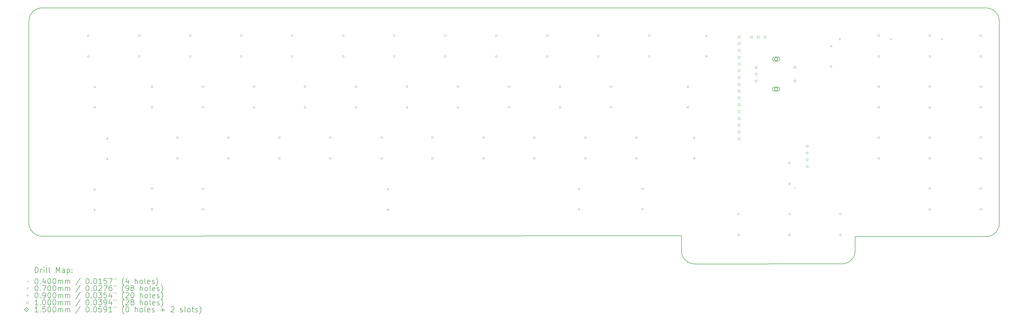
<source format=gbr>
%TF.GenerationSoftware,KiCad,Pcbnew,7.0.1*%
%TF.CreationDate,2023-04-13T23:04:00-07:00*%
%TF.ProjectId,trashtruck.b,74726173-6874-4727-9563-6b2e622e6b69,rev?*%
%TF.SameCoordinates,Original*%
%TF.FileFunction,Drillmap*%
%TF.FilePolarity,Positive*%
%FSLAX45Y45*%
G04 Gerber Fmt 4.5, Leading zero omitted, Abs format (unit mm)*
G04 Created by KiCad (PCBNEW 7.0.1) date 2023-04-13 23:04:00*
%MOMM*%
%LPD*%
G01*
G04 APERTURE LIST*
%ADD10C,0.200000*%
%ADD11C,0.040000*%
%ADD12C,0.070000*%
%ADD13C,0.090000*%
%ADD14C,0.100000*%
%ADD15C,0.150000*%
G04 APERTURE END LIST*
D10*
X47694049Y-25150086D02*
G75*
G03*
X48193956Y-24650049I-89J499996D01*
G01*
X11950044Y-24631648D02*
X11950706Y-17094456D01*
X11950048Y-24631648D02*
G75*
G03*
X12450352Y-25131692I499992J-52D01*
G01*
X42309585Y-26167078D02*
G75*
G03*
X42809508Y-25666585I-75J499998D01*
G01*
X42809508Y-25666585D02*
X42809000Y-25151000D01*
X11950750Y-26167000D02*
G75*
G03*
X11950750Y-26167000I0J0D01*
G01*
X48193300Y-17094456D02*
G75*
G03*
X47693294Y-16594500I-500010J-54D01*
G01*
X48193294Y-17094456D02*
X48193956Y-24650049D01*
X12450706Y-16594500D02*
X47693294Y-16594500D01*
X42309585Y-26167077D02*
X36819077Y-26167923D01*
X12450706Y-16594496D02*
G75*
G03*
X11950706Y-17094456I4J-500004D01*
G01*
X12450352Y-25131692D02*
X36319000Y-25117000D01*
X36319000Y-25117000D02*
X36319000Y-25667923D01*
X48193250Y-26167000D02*
G75*
G03*
X48193250Y-26167000I0J0D01*
G01*
X36318997Y-25667923D02*
G75*
G03*
X36819077Y-26167923I500003J3D01*
G01*
X42809000Y-25151000D02*
X47694049Y-25150093D01*
D11*
X40542000Y-23293000D02*
X40582000Y-23333000D01*
X40582000Y-23293000D02*
X40542000Y-23333000D01*
X42214250Y-17735000D02*
X42254250Y-17775000D01*
X42254250Y-17735000D02*
X42214250Y-17775000D01*
X44119250Y-17735000D02*
X44159250Y-17775000D01*
X44159250Y-17735000D02*
X44119250Y-17775000D01*
X46024250Y-17735000D02*
X46064250Y-17775000D01*
X46064250Y-17735000D02*
X46024250Y-17775000D01*
D12*
X14200250Y-17632000D02*
G75*
G03*
X14200250Y-17632000I-35000J0D01*
G01*
X14200250Y-18412000D02*
G75*
G03*
X14200250Y-18412000I-35000J0D01*
G01*
X16105250Y-17632000D02*
G75*
G03*
X16105250Y-17632000I-35000J0D01*
G01*
X16105250Y-18412000D02*
G75*
G03*
X16105250Y-18412000I-35000J0D01*
G01*
X16581500Y-19537000D02*
G75*
G03*
X16581500Y-19537000I-35000J0D01*
G01*
X16581500Y-20317000D02*
G75*
G03*
X16581500Y-20317000I-35000J0D01*
G01*
X16581500Y-23347000D02*
G75*
G03*
X16581500Y-23347000I-35000J0D01*
G01*
X16581500Y-24127000D02*
G75*
G03*
X16581500Y-24127000I-35000J0D01*
G01*
X17534000Y-21442000D02*
G75*
G03*
X17534000Y-21442000I-35000J0D01*
G01*
X17534000Y-22222000D02*
G75*
G03*
X17534000Y-22222000I-35000J0D01*
G01*
X18010250Y-17632000D02*
G75*
G03*
X18010250Y-17632000I-35000J0D01*
G01*
X18010250Y-18412000D02*
G75*
G03*
X18010250Y-18412000I-35000J0D01*
G01*
X18486500Y-19537000D02*
G75*
G03*
X18486500Y-19537000I-35000J0D01*
G01*
X18486500Y-20317000D02*
G75*
G03*
X18486500Y-20317000I-35000J0D01*
G01*
X18486500Y-23347000D02*
G75*
G03*
X18486500Y-23347000I-35000J0D01*
G01*
X18486500Y-24127000D02*
G75*
G03*
X18486500Y-24127000I-35000J0D01*
G01*
X19439000Y-21442000D02*
G75*
G03*
X19439000Y-21442000I-35000J0D01*
G01*
X19439000Y-22222000D02*
G75*
G03*
X19439000Y-22222000I-35000J0D01*
G01*
X19915250Y-17632000D02*
G75*
G03*
X19915250Y-17632000I-35000J0D01*
G01*
X19915250Y-18412000D02*
G75*
G03*
X19915250Y-18412000I-35000J0D01*
G01*
X20391500Y-19537000D02*
G75*
G03*
X20391500Y-19537000I-35000J0D01*
G01*
X20391500Y-20317000D02*
G75*
G03*
X20391500Y-20317000I-35000J0D01*
G01*
X21344000Y-21442000D02*
G75*
G03*
X21344000Y-21442000I-35000J0D01*
G01*
X21344000Y-22222000D02*
G75*
G03*
X21344000Y-22222000I-35000J0D01*
G01*
X21820250Y-17632000D02*
G75*
G03*
X21820250Y-17632000I-35000J0D01*
G01*
X21820250Y-18412000D02*
G75*
G03*
X21820250Y-18412000I-35000J0D01*
G01*
X22296500Y-19537000D02*
G75*
G03*
X22296500Y-19537000I-35000J0D01*
G01*
X22296500Y-20317000D02*
G75*
G03*
X22296500Y-20317000I-35000J0D01*
G01*
X23249000Y-21442000D02*
G75*
G03*
X23249000Y-21442000I-35000J0D01*
G01*
X23249000Y-22222000D02*
G75*
G03*
X23249000Y-22222000I-35000J0D01*
G01*
X23725250Y-17632000D02*
G75*
G03*
X23725250Y-17632000I-35000J0D01*
G01*
X23725250Y-18412000D02*
G75*
G03*
X23725250Y-18412000I-35000J0D01*
G01*
X24201500Y-19537000D02*
G75*
G03*
X24201500Y-19537000I-35000J0D01*
G01*
X24201500Y-20317000D02*
G75*
G03*
X24201500Y-20317000I-35000J0D01*
G01*
X25154000Y-21442000D02*
G75*
G03*
X25154000Y-21442000I-35000J0D01*
G01*
X25154000Y-22222000D02*
G75*
G03*
X25154000Y-22222000I-35000J0D01*
G01*
X25630250Y-17632000D02*
G75*
G03*
X25630250Y-17632000I-35000J0D01*
G01*
X25630250Y-18412000D02*
G75*
G03*
X25630250Y-18412000I-35000J0D01*
G01*
X26106500Y-19537000D02*
G75*
G03*
X26106500Y-19537000I-35000J0D01*
G01*
X26106500Y-20317000D02*
G75*
G03*
X26106500Y-20317000I-35000J0D01*
G01*
X27059000Y-21442000D02*
G75*
G03*
X27059000Y-21442000I-35000J0D01*
G01*
X27059000Y-22222000D02*
G75*
G03*
X27059000Y-22222000I-35000J0D01*
G01*
X27535250Y-17632000D02*
G75*
G03*
X27535250Y-17632000I-35000J0D01*
G01*
X27535250Y-18412000D02*
G75*
G03*
X27535250Y-18412000I-35000J0D01*
G01*
X28011500Y-19537000D02*
G75*
G03*
X28011500Y-19537000I-35000J0D01*
G01*
X28011500Y-20317000D02*
G75*
G03*
X28011500Y-20317000I-35000J0D01*
G01*
X28964000Y-21442000D02*
G75*
G03*
X28964000Y-21442000I-35000J0D01*
G01*
X28964000Y-22222000D02*
G75*
G03*
X28964000Y-22222000I-35000J0D01*
G01*
X29440250Y-17632000D02*
G75*
G03*
X29440250Y-17632000I-35000J0D01*
G01*
X29440250Y-18412000D02*
G75*
G03*
X29440250Y-18412000I-35000J0D01*
G01*
X29916500Y-19537000D02*
G75*
G03*
X29916500Y-19537000I-35000J0D01*
G01*
X29916500Y-20317000D02*
G75*
G03*
X29916500Y-20317000I-35000J0D01*
G01*
X30869000Y-21442000D02*
G75*
G03*
X30869000Y-21442000I-35000J0D01*
G01*
X30869000Y-22222000D02*
G75*
G03*
X30869000Y-22222000I-35000J0D01*
G01*
X31345250Y-17632000D02*
G75*
G03*
X31345250Y-17632000I-35000J0D01*
G01*
X31345250Y-18412000D02*
G75*
G03*
X31345250Y-18412000I-35000J0D01*
G01*
X31821500Y-19537000D02*
G75*
G03*
X31821500Y-19537000I-35000J0D01*
G01*
X31821500Y-20317000D02*
G75*
G03*
X31821500Y-20317000I-35000J0D01*
G01*
X32774000Y-21442000D02*
G75*
G03*
X32774000Y-21442000I-35000J0D01*
G01*
X32774000Y-22222000D02*
G75*
G03*
X32774000Y-22222000I-35000J0D01*
G01*
X33250250Y-17632000D02*
G75*
G03*
X33250250Y-17632000I-35000J0D01*
G01*
X33250250Y-18412000D02*
G75*
G03*
X33250250Y-18412000I-35000J0D01*
G01*
X33726500Y-19537000D02*
G75*
G03*
X33726500Y-19537000I-35000J0D01*
G01*
X33726500Y-20317000D02*
G75*
G03*
X33726500Y-20317000I-35000J0D01*
G01*
X34679000Y-21442000D02*
G75*
G03*
X34679000Y-21442000I-35000J0D01*
G01*
X34679000Y-22222000D02*
G75*
G03*
X34679000Y-22222000I-35000J0D01*
G01*
X35155250Y-17632000D02*
G75*
G03*
X35155250Y-17632000I-35000J0D01*
G01*
X35155250Y-18412000D02*
G75*
G03*
X35155250Y-18412000I-35000J0D01*
G01*
X38489000Y-24299500D02*
G75*
G03*
X38489000Y-24299500I-35000J0D01*
G01*
X38489000Y-25079500D02*
G75*
G03*
X38489000Y-25079500I-35000J0D01*
G01*
X40394000Y-22394500D02*
G75*
G03*
X40394000Y-22394500I-35000J0D01*
G01*
X40394000Y-23174500D02*
G75*
G03*
X40394000Y-23174500I-35000J0D01*
G01*
X40394000Y-24299500D02*
G75*
G03*
X40394000Y-24299500I-35000J0D01*
G01*
X40394000Y-25079500D02*
G75*
G03*
X40394000Y-25079500I-35000J0D01*
G01*
X42299000Y-24299500D02*
G75*
G03*
X42299000Y-24299500I-35000J0D01*
G01*
X42299000Y-25079500D02*
G75*
G03*
X42299000Y-25079500I-35000J0D01*
G01*
X43727750Y-17632000D02*
G75*
G03*
X43727750Y-17632000I-35000J0D01*
G01*
X43727750Y-18412000D02*
G75*
G03*
X43727750Y-18412000I-35000J0D01*
G01*
X43727750Y-19537000D02*
G75*
G03*
X43727750Y-19537000I-35000J0D01*
G01*
X43727750Y-20317000D02*
G75*
G03*
X43727750Y-20317000I-35000J0D01*
G01*
X43727750Y-21442000D02*
G75*
G03*
X43727750Y-21442000I-35000J0D01*
G01*
X43727750Y-22222000D02*
G75*
G03*
X43727750Y-22222000I-35000J0D01*
G01*
X45632750Y-17632000D02*
G75*
G03*
X45632750Y-17632000I-35000J0D01*
G01*
X45632750Y-18412000D02*
G75*
G03*
X45632750Y-18412000I-35000J0D01*
G01*
X45632750Y-19537000D02*
G75*
G03*
X45632750Y-19537000I-35000J0D01*
G01*
X45632750Y-20317000D02*
G75*
G03*
X45632750Y-20317000I-35000J0D01*
G01*
X45632750Y-21442000D02*
G75*
G03*
X45632750Y-21442000I-35000J0D01*
G01*
X45632750Y-22222000D02*
G75*
G03*
X45632750Y-22222000I-35000J0D01*
G01*
X45632750Y-23347000D02*
G75*
G03*
X45632750Y-23347000I-35000J0D01*
G01*
X45632750Y-24127000D02*
G75*
G03*
X45632750Y-24127000I-35000J0D01*
G01*
X47537750Y-17632000D02*
G75*
G03*
X47537750Y-17632000I-35000J0D01*
G01*
X47537750Y-18412000D02*
G75*
G03*
X47537750Y-18412000I-35000J0D01*
G01*
X47537750Y-19537000D02*
G75*
G03*
X47537750Y-19537000I-35000J0D01*
G01*
X47537750Y-20317000D02*
G75*
G03*
X47537750Y-20317000I-35000J0D01*
G01*
X47537750Y-21442000D02*
G75*
G03*
X47537750Y-21442000I-35000J0D01*
G01*
X47537750Y-22222000D02*
G75*
G03*
X47537750Y-22222000I-35000J0D01*
G01*
X47537750Y-23347000D02*
G75*
G03*
X47537750Y-23347000I-35000J0D01*
G01*
X47537750Y-24127000D02*
G75*
G03*
X47537750Y-24127000I-35000J0D01*
G01*
D13*
X14402000Y-23345000D02*
X14402000Y-23435000D01*
X14357000Y-23390000D02*
X14447000Y-23390000D01*
X14402000Y-24107000D02*
X14402000Y-24197000D01*
X14357000Y-24152000D02*
X14447000Y-24152000D01*
X14414000Y-19508000D02*
X14414000Y-19598000D01*
X14369000Y-19553000D02*
X14459000Y-19553000D01*
X14414000Y-20270000D02*
X14414000Y-20360000D01*
X14369000Y-20315000D02*
X14459000Y-20315000D01*
X14878000Y-21434000D02*
X14878000Y-21524000D01*
X14833000Y-21479000D02*
X14923000Y-21479000D01*
X14878000Y-22196000D02*
X14878000Y-22286000D01*
X14833000Y-22241000D02*
X14923000Y-22241000D01*
X25359000Y-23327000D02*
X25359000Y-23417000D01*
X25314000Y-23372000D02*
X25404000Y-23372000D01*
X25359000Y-24089000D02*
X25359000Y-24179000D01*
X25314000Y-24134000D02*
X25404000Y-24134000D01*
X32493000Y-23313000D02*
X32493000Y-23403000D01*
X32448000Y-23358000D02*
X32538000Y-23358000D01*
X32493000Y-24075000D02*
X32493000Y-24165000D01*
X32448000Y-24120000D02*
X32538000Y-24120000D01*
X34873000Y-23309000D02*
X34873000Y-23399000D01*
X34828000Y-23354000D02*
X34918000Y-23354000D01*
X34873000Y-24071000D02*
X34873000Y-24161000D01*
X34828000Y-24116000D02*
X34918000Y-24116000D01*
X36558000Y-19500000D02*
X36558000Y-19590000D01*
X36513000Y-19545000D02*
X36603000Y-19545000D01*
X36558000Y-20262000D02*
X36558000Y-20352000D01*
X36513000Y-20307000D02*
X36603000Y-20307000D01*
X36794000Y-21413000D02*
X36794000Y-21503000D01*
X36749000Y-21458000D02*
X36839000Y-21458000D01*
X36794000Y-22175000D02*
X36794000Y-22265000D01*
X36749000Y-22220000D02*
X36839000Y-22220000D01*
X37254000Y-17596000D02*
X37254000Y-17686000D01*
X37209000Y-17641000D02*
X37299000Y-17641000D01*
X37254000Y-18358000D02*
X37254000Y-18448000D01*
X37209000Y-18403000D02*
X37299000Y-18403000D01*
X41905000Y-17980000D02*
X41905000Y-18070000D01*
X41860000Y-18025000D02*
X41950000Y-18025000D01*
X41905000Y-18742000D02*
X41905000Y-18832000D01*
X41860000Y-18787000D02*
X41950000Y-18787000D01*
D14*
X38509356Y-17711356D02*
X38509356Y-17640644D01*
X38438644Y-17640644D01*
X38438644Y-17711356D01*
X38509356Y-17711356D01*
X38509356Y-17965356D02*
X38509356Y-17894644D01*
X38438644Y-17894644D01*
X38438644Y-17965356D01*
X38509356Y-17965356D01*
X38509356Y-18219356D02*
X38509356Y-18148644D01*
X38438644Y-18148644D01*
X38438644Y-18219356D01*
X38509356Y-18219356D01*
X38509356Y-18473356D02*
X38509356Y-18402644D01*
X38438644Y-18402644D01*
X38438644Y-18473356D01*
X38509356Y-18473356D01*
X38509356Y-18727356D02*
X38509356Y-18656644D01*
X38438644Y-18656644D01*
X38438644Y-18727356D01*
X38509356Y-18727356D01*
X38509356Y-18981356D02*
X38509356Y-18910644D01*
X38438644Y-18910644D01*
X38438644Y-18981356D01*
X38509356Y-18981356D01*
X38509356Y-19235356D02*
X38509356Y-19164644D01*
X38438644Y-19164644D01*
X38438644Y-19235356D01*
X38509356Y-19235356D01*
X38509356Y-19489356D02*
X38509356Y-19418644D01*
X38438644Y-19418644D01*
X38438644Y-19489356D01*
X38509356Y-19489356D01*
X38509356Y-19743356D02*
X38509356Y-19672644D01*
X38438644Y-19672644D01*
X38438644Y-19743356D01*
X38509356Y-19743356D01*
X38509356Y-19997356D02*
X38509356Y-19926644D01*
X38438644Y-19926644D01*
X38438644Y-19997356D01*
X38509356Y-19997356D01*
X38509356Y-20251356D02*
X38509356Y-20180644D01*
X38438644Y-20180644D01*
X38438644Y-20251356D01*
X38509356Y-20251356D01*
X38509356Y-20505356D02*
X38509356Y-20434644D01*
X38438644Y-20434644D01*
X38438644Y-20505356D01*
X38509356Y-20505356D01*
X38509356Y-20759356D02*
X38509356Y-20688644D01*
X38438644Y-20688644D01*
X38438644Y-20759356D01*
X38509356Y-20759356D01*
X38509356Y-21013356D02*
X38509356Y-20942644D01*
X38438644Y-20942644D01*
X38438644Y-21013356D01*
X38509356Y-21013356D01*
X38509356Y-21267356D02*
X38509356Y-21196644D01*
X38438644Y-21196644D01*
X38438644Y-21267356D01*
X38509356Y-21267356D01*
X38509356Y-21521356D02*
X38509356Y-21450644D01*
X38438644Y-21450644D01*
X38438644Y-21521356D01*
X38509356Y-21521356D01*
X38970356Y-17718356D02*
X38970356Y-17647644D01*
X38899644Y-17647644D01*
X38899644Y-17718356D01*
X38970356Y-17718356D01*
X39143356Y-18856356D02*
X39143356Y-18785644D01*
X39072644Y-18785644D01*
X39072644Y-18856356D01*
X39143356Y-18856356D01*
X39143356Y-19106356D02*
X39143356Y-19035644D01*
X39072644Y-19035644D01*
X39072644Y-19106356D01*
X39143356Y-19106356D01*
X39143356Y-19356356D02*
X39143356Y-19285644D01*
X39072644Y-19285644D01*
X39072644Y-19356356D01*
X39143356Y-19356356D01*
X39224356Y-17718356D02*
X39224356Y-17647644D01*
X39153644Y-17647644D01*
X39153644Y-17718356D01*
X39224356Y-17718356D01*
X39478356Y-17718356D02*
X39478356Y-17647644D01*
X39407644Y-17647644D01*
X39407644Y-17718356D01*
X39478356Y-17718356D01*
X40593356Y-18856356D02*
X40593356Y-18785644D01*
X40522644Y-18785644D01*
X40522644Y-18856356D01*
X40593356Y-18856356D01*
X40593356Y-19356356D02*
X40593356Y-19285644D01*
X40522644Y-19285644D01*
X40522644Y-19356356D01*
X40593356Y-19356356D01*
X41050356Y-21796356D02*
X41050356Y-21725644D01*
X40979644Y-21725644D01*
X40979644Y-21796356D01*
X41050356Y-21796356D01*
X41050356Y-22050356D02*
X41050356Y-21979644D01*
X40979644Y-21979644D01*
X40979644Y-22050356D01*
X41050356Y-22050356D01*
X41050356Y-22304356D02*
X41050356Y-22233644D01*
X40979644Y-22233644D01*
X40979644Y-22304356D01*
X41050356Y-22304356D01*
X41050356Y-22558356D02*
X41050356Y-22487644D01*
X40979644Y-22487644D01*
X40979644Y-22558356D01*
X41050356Y-22558356D01*
D15*
X39858000Y-18586000D02*
X39933000Y-18511000D01*
X39858000Y-18436000D01*
X39783000Y-18511000D01*
X39858000Y-18586000D01*
D10*
X39793000Y-18586000D02*
X39923000Y-18586000D01*
X39923000Y-18586000D02*
G75*
G03*
X39923000Y-18436000I0J75000D01*
G01*
X39923000Y-18436000D02*
X39793000Y-18436000D01*
X39793000Y-18436000D02*
G75*
G03*
X39793000Y-18586000I0J-75000D01*
G01*
D15*
X39858000Y-19706000D02*
X39933000Y-19631000D01*
X39858000Y-19556000D01*
X39783000Y-19631000D01*
X39858000Y-19706000D01*
D10*
X39793000Y-19706000D02*
X39923000Y-19706000D01*
X39923000Y-19706000D02*
G75*
G03*
X39923000Y-19556000I0J75000D01*
G01*
X39923000Y-19556000D02*
X39793000Y-19556000D01*
X39793000Y-19556000D02*
G75*
G03*
X39793000Y-19706000I0J-75000D01*
G01*
X12187663Y-26490447D02*
X12187663Y-26290447D01*
X12187663Y-26290447D02*
X12235282Y-26290447D01*
X12235282Y-26290447D02*
X12263853Y-26299971D01*
X12263853Y-26299971D02*
X12282901Y-26319018D01*
X12282901Y-26319018D02*
X12292425Y-26338066D01*
X12292425Y-26338066D02*
X12301949Y-26376161D01*
X12301949Y-26376161D02*
X12301949Y-26404732D01*
X12301949Y-26404732D02*
X12292425Y-26442828D01*
X12292425Y-26442828D02*
X12282901Y-26461875D01*
X12282901Y-26461875D02*
X12263853Y-26480923D01*
X12263853Y-26480923D02*
X12235282Y-26490447D01*
X12235282Y-26490447D02*
X12187663Y-26490447D01*
X12387663Y-26490447D02*
X12387663Y-26357113D01*
X12387663Y-26395209D02*
X12397187Y-26376161D01*
X12397187Y-26376161D02*
X12406711Y-26366637D01*
X12406711Y-26366637D02*
X12425758Y-26357113D01*
X12425758Y-26357113D02*
X12444806Y-26357113D01*
X12511472Y-26490447D02*
X12511472Y-26357113D01*
X12511472Y-26290447D02*
X12501949Y-26299971D01*
X12501949Y-26299971D02*
X12511472Y-26309494D01*
X12511472Y-26309494D02*
X12520996Y-26299971D01*
X12520996Y-26299971D02*
X12511472Y-26290447D01*
X12511472Y-26290447D02*
X12511472Y-26309494D01*
X12635282Y-26490447D02*
X12616234Y-26480923D01*
X12616234Y-26480923D02*
X12606711Y-26461875D01*
X12606711Y-26461875D02*
X12606711Y-26290447D01*
X12740044Y-26490447D02*
X12720996Y-26480923D01*
X12720996Y-26480923D02*
X12711472Y-26461875D01*
X12711472Y-26461875D02*
X12711472Y-26290447D01*
X12968615Y-26490447D02*
X12968615Y-26290447D01*
X12968615Y-26290447D02*
X13035282Y-26433304D01*
X13035282Y-26433304D02*
X13101949Y-26290447D01*
X13101949Y-26290447D02*
X13101949Y-26490447D01*
X13282901Y-26490447D02*
X13282901Y-26385685D01*
X13282901Y-26385685D02*
X13273377Y-26366637D01*
X13273377Y-26366637D02*
X13254330Y-26357113D01*
X13254330Y-26357113D02*
X13216234Y-26357113D01*
X13216234Y-26357113D02*
X13197187Y-26366637D01*
X13282901Y-26480923D02*
X13263853Y-26490447D01*
X13263853Y-26490447D02*
X13216234Y-26490447D01*
X13216234Y-26490447D02*
X13197187Y-26480923D01*
X13197187Y-26480923D02*
X13187663Y-26461875D01*
X13187663Y-26461875D02*
X13187663Y-26442828D01*
X13187663Y-26442828D02*
X13197187Y-26423780D01*
X13197187Y-26423780D02*
X13216234Y-26414256D01*
X13216234Y-26414256D02*
X13263853Y-26414256D01*
X13263853Y-26414256D02*
X13282901Y-26404732D01*
X13378139Y-26357113D02*
X13378139Y-26557113D01*
X13378139Y-26366637D02*
X13397187Y-26357113D01*
X13397187Y-26357113D02*
X13435282Y-26357113D01*
X13435282Y-26357113D02*
X13454330Y-26366637D01*
X13454330Y-26366637D02*
X13463853Y-26376161D01*
X13463853Y-26376161D02*
X13473377Y-26395209D01*
X13473377Y-26395209D02*
X13473377Y-26452351D01*
X13473377Y-26452351D02*
X13463853Y-26471399D01*
X13463853Y-26471399D02*
X13454330Y-26480923D01*
X13454330Y-26480923D02*
X13435282Y-26490447D01*
X13435282Y-26490447D02*
X13397187Y-26490447D01*
X13397187Y-26490447D02*
X13378139Y-26480923D01*
X13559092Y-26471399D02*
X13568615Y-26480923D01*
X13568615Y-26480923D02*
X13559092Y-26490447D01*
X13559092Y-26490447D02*
X13549568Y-26480923D01*
X13549568Y-26480923D02*
X13559092Y-26471399D01*
X13559092Y-26471399D02*
X13559092Y-26490447D01*
X13559092Y-26366637D02*
X13568615Y-26376161D01*
X13568615Y-26376161D02*
X13559092Y-26385685D01*
X13559092Y-26385685D02*
X13549568Y-26376161D01*
X13549568Y-26376161D02*
X13559092Y-26366637D01*
X13559092Y-26366637D02*
X13559092Y-26385685D01*
D11*
X11900044Y-26797923D02*
X11940044Y-26837923D01*
X11940044Y-26797923D02*
X11900044Y-26837923D01*
D10*
X12225758Y-26710447D02*
X12244806Y-26710447D01*
X12244806Y-26710447D02*
X12263853Y-26719971D01*
X12263853Y-26719971D02*
X12273377Y-26729494D01*
X12273377Y-26729494D02*
X12282901Y-26748542D01*
X12282901Y-26748542D02*
X12292425Y-26786637D01*
X12292425Y-26786637D02*
X12292425Y-26834256D01*
X12292425Y-26834256D02*
X12282901Y-26872351D01*
X12282901Y-26872351D02*
X12273377Y-26891399D01*
X12273377Y-26891399D02*
X12263853Y-26900923D01*
X12263853Y-26900923D02*
X12244806Y-26910447D01*
X12244806Y-26910447D02*
X12225758Y-26910447D01*
X12225758Y-26910447D02*
X12206711Y-26900923D01*
X12206711Y-26900923D02*
X12197187Y-26891399D01*
X12197187Y-26891399D02*
X12187663Y-26872351D01*
X12187663Y-26872351D02*
X12178139Y-26834256D01*
X12178139Y-26834256D02*
X12178139Y-26786637D01*
X12178139Y-26786637D02*
X12187663Y-26748542D01*
X12187663Y-26748542D02*
X12197187Y-26729494D01*
X12197187Y-26729494D02*
X12206711Y-26719971D01*
X12206711Y-26719971D02*
X12225758Y-26710447D01*
X12378139Y-26891399D02*
X12387663Y-26900923D01*
X12387663Y-26900923D02*
X12378139Y-26910447D01*
X12378139Y-26910447D02*
X12368615Y-26900923D01*
X12368615Y-26900923D02*
X12378139Y-26891399D01*
X12378139Y-26891399D02*
X12378139Y-26910447D01*
X12559092Y-26777113D02*
X12559092Y-26910447D01*
X12511472Y-26700923D02*
X12463853Y-26843780D01*
X12463853Y-26843780D02*
X12587663Y-26843780D01*
X12701949Y-26710447D02*
X12720996Y-26710447D01*
X12720996Y-26710447D02*
X12740044Y-26719971D01*
X12740044Y-26719971D02*
X12749568Y-26729494D01*
X12749568Y-26729494D02*
X12759092Y-26748542D01*
X12759092Y-26748542D02*
X12768615Y-26786637D01*
X12768615Y-26786637D02*
X12768615Y-26834256D01*
X12768615Y-26834256D02*
X12759092Y-26872351D01*
X12759092Y-26872351D02*
X12749568Y-26891399D01*
X12749568Y-26891399D02*
X12740044Y-26900923D01*
X12740044Y-26900923D02*
X12720996Y-26910447D01*
X12720996Y-26910447D02*
X12701949Y-26910447D01*
X12701949Y-26910447D02*
X12682901Y-26900923D01*
X12682901Y-26900923D02*
X12673377Y-26891399D01*
X12673377Y-26891399D02*
X12663853Y-26872351D01*
X12663853Y-26872351D02*
X12654330Y-26834256D01*
X12654330Y-26834256D02*
X12654330Y-26786637D01*
X12654330Y-26786637D02*
X12663853Y-26748542D01*
X12663853Y-26748542D02*
X12673377Y-26729494D01*
X12673377Y-26729494D02*
X12682901Y-26719971D01*
X12682901Y-26719971D02*
X12701949Y-26710447D01*
X12892425Y-26710447D02*
X12911473Y-26710447D01*
X12911473Y-26710447D02*
X12930520Y-26719971D01*
X12930520Y-26719971D02*
X12940044Y-26729494D01*
X12940044Y-26729494D02*
X12949568Y-26748542D01*
X12949568Y-26748542D02*
X12959092Y-26786637D01*
X12959092Y-26786637D02*
X12959092Y-26834256D01*
X12959092Y-26834256D02*
X12949568Y-26872351D01*
X12949568Y-26872351D02*
X12940044Y-26891399D01*
X12940044Y-26891399D02*
X12930520Y-26900923D01*
X12930520Y-26900923D02*
X12911473Y-26910447D01*
X12911473Y-26910447D02*
X12892425Y-26910447D01*
X12892425Y-26910447D02*
X12873377Y-26900923D01*
X12873377Y-26900923D02*
X12863853Y-26891399D01*
X12863853Y-26891399D02*
X12854330Y-26872351D01*
X12854330Y-26872351D02*
X12844806Y-26834256D01*
X12844806Y-26834256D02*
X12844806Y-26786637D01*
X12844806Y-26786637D02*
X12854330Y-26748542D01*
X12854330Y-26748542D02*
X12863853Y-26729494D01*
X12863853Y-26729494D02*
X12873377Y-26719971D01*
X12873377Y-26719971D02*
X12892425Y-26710447D01*
X13044806Y-26910447D02*
X13044806Y-26777113D01*
X13044806Y-26796161D02*
X13054330Y-26786637D01*
X13054330Y-26786637D02*
X13073377Y-26777113D01*
X13073377Y-26777113D02*
X13101949Y-26777113D01*
X13101949Y-26777113D02*
X13120996Y-26786637D01*
X13120996Y-26786637D02*
X13130520Y-26805685D01*
X13130520Y-26805685D02*
X13130520Y-26910447D01*
X13130520Y-26805685D02*
X13140044Y-26786637D01*
X13140044Y-26786637D02*
X13159092Y-26777113D01*
X13159092Y-26777113D02*
X13187663Y-26777113D01*
X13187663Y-26777113D02*
X13206711Y-26786637D01*
X13206711Y-26786637D02*
X13216234Y-26805685D01*
X13216234Y-26805685D02*
X13216234Y-26910447D01*
X13311473Y-26910447D02*
X13311473Y-26777113D01*
X13311473Y-26796161D02*
X13320996Y-26786637D01*
X13320996Y-26786637D02*
X13340044Y-26777113D01*
X13340044Y-26777113D02*
X13368615Y-26777113D01*
X13368615Y-26777113D02*
X13387663Y-26786637D01*
X13387663Y-26786637D02*
X13397187Y-26805685D01*
X13397187Y-26805685D02*
X13397187Y-26910447D01*
X13397187Y-26805685D02*
X13406711Y-26786637D01*
X13406711Y-26786637D02*
X13425758Y-26777113D01*
X13425758Y-26777113D02*
X13454330Y-26777113D01*
X13454330Y-26777113D02*
X13473377Y-26786637D01*
X13473377Y-26786637D02*
X13482901Y-26805685D01*
X13482901Y-26805685D02*
X13482901Y-26910447D01*
X13873377Y-26700923D02*
X13701949Y-26958066D01*
X14130520Y-26710447D02*
X14149568Y-26710447D01*
X14149568Y-26710447D02*
X14168616Y-26719971D01*
X14168616Y-26719971D02*
X14178139Y-26729494D01*
X14178139Y-26729494D02*
X14187663Y-26748542D01*
X14187663Y-26748542D02*
X14197187Y-26786637D01*
X14197187Y-26786637D02*
X14197187Y-26834256D01*
X14197187Y-26834256D02*
X14187663Y-26872351D01*
X14187663Y-26872351D02*
X14178139Y-26891399D01*
X14178139Y-26891399D02*
X14168616Y-26900923D01*
X14168616Y-26900923D02*
X14149568Y-26910447D01*
X14149568Y-26910447D02*
X14130520Y-26910447D01*
X14130520Y-26910447D02*
X14111473Y-26900923D01*
X14111473Y-26900923D02*
X14101949Y-26891399D01*
X14101949Y-26891399D02*
X14092425Y-26872351D01*
X14092425Y-26872351D02*
X14082901Y-26834256D01*
X14082901Y-26834256D02*
X14082901Y-26786637D01*
X14082901Y-26786637D02*
X14092425Y-26748542D01*
X14092425Y-26748542D02*
X14101949Y-26729494D01*
X14101949Y-26729494D02*
X14111473Y-26719971D01*
X14111473Y-26719971D02*
X14130520Y-26710447D01*
X14282901Y-26891399D02*
X14292425Y-26900923D01*
X14292425Y-26900923D02*
X14282901Y-26910447D01*
X14282901Y-26910447D02*
X14273377Y-26900923D01*
X14273377Y-26900923D02*
X14282901Y-26891399D01*
X14282901Y-26891399D02*
X14282901Y-26910447D01*
X14416235Y-26710447D02*
X14435282Y-26710447D01*
X14435282Y-26710447D02*
X14454330Y-26719971D01*
X14454330Y-26719971D02*
X14463854Y-26729494D01*
X14463854Y-26729494D02*
X14473377Y-26748542D01*
X14473377Y-26748542D02*
X14482901Y-26786637D01*
X14482901Y-26786637D02*
X14482901Y-26834256D01*
X14482901Y-26834256D02*
X14473377Y-26872351D01*
X14473377Y-26872351D02*
X14463854Y-26891399D01*
X14463854Y-26891399D02*
X14454330Y-26900923D01*
X14454330Y-26900923D02*
X14435282Y-26910447D01*
X14435282Y-26910447D02*
X14416235Y-26910447D01*
X14416235Y-26910447D02*
X14397187Y-26900923D01*
X14397187Y-26900923D02*
X14387663Y-26891399D01*
X14387663Y-26891399D02*
X14378139Y-26872351D01*
X14378139Y-26872351D02*
X14368616Y-26834256D01*
X14368616Y-26834256D02*
X14368616Y-26786637D01*
X14368616Y-26786637D02*
X14378139Y-26748542D01*
X14378139Y-26748542D02*
X14387663Y-26729494D01*
X14387663Y-26729494D02*
X14397187Y-26719971D01*
X14397187Y-26719971D02*
X14416235Y-26710447D01*
X14673377Y-26910447D02*
X14559092Y-26910447D01*
X14616235Y-26910447D02*
X14616235Y-26710447D01*
X14616235Y-26710447D02*
X14597187Y-26739018D01*
X14597187Y-26739018D02*
X14578139Y-26758066D01*
X14578139Y-26758066D02*
X14559092Y-26767590D01*
X14854330Y-26710447D02*
X14759092Y-26710447D01*
X14759092Y-26710447D02*
X14749568Y-26805685D01*
X14749568Y-26805685D02*
X14759092Y-26796161D01*
X14759092Y-26796161D02*
X14778139Y-26786637D01*
X14778139Y-26786637D02*
X14825758Y-26786637D01*
X14825758Y-26786637D02*
X14844806Y-26796161D01*
X14844806Y-26796161D02*
X14854330Y-26805685D01*
X14854330Y-26805685D02*
X14863854Y-26824732D01*
X14863854Y-26824732D02*
X14863854Y-26872351D01*
X14863854Y-26872351D02*
X14854330Y-26891399D01*
X14854330Y-26891399D02*
X14844806Y-26900923D01*
X14844806Y-26900923D02*
X14825758Y-26910447D01*
X14825758Y-26910447D02*
X14778139Y-26910447D01*
X14778139Y-26910447D02*
X14759092Y-26900923D01*
X14759092Y-26900923D02*
X14749568Y-26891399D01*
X14930520Y-26710447D02*
X15063854Y-26710447D01*
X15063854Y-26710447D02*
X14978139Y-26910447D01*
X15130520Y-26710447D02*
X15130520Y-26748542D01*
X15206711Y-26710447D02*
X15206711Y-26748542D01*
X15501949Y-26986637D02*
X15492425Y-26977113D01*
X15492425Y-26977113D02*
X15473378Y-26948542D01*
X15473378Y-26948542D02*
X15463854Y-26929494D01*
X15463854Y-26929494D02*
X15454330Y-26900923D01*
X15454330Y-26900923D02*
X15444806Y-26853304D01*
X15444806Y-26853304D02*
X15444806Y-26815209D01*
X15444806Y-26815209D02*
X15454330Y-26767590D01*
X15454330Y-26767590D02*
X15463854Y-26739018D01*
X15463854Y-26739018D02*
X15473378Y-26719971D01*
X15473378Y-26719971D02*
X15492425Y-26691399D01*
X15492425Y-26691399D02*
X15501949Y-26681875D01*
X15663854Y-26777113D02*
X15663854Y-26910447D01*
X15616235Y-26700923D02*
X15568616Y-26843780D01*
X15568616Y-26843780D02*
X15692425Y-26843780D01*
X15920997Y-26910447D02*
X15920997Y-26710447D01*
X16006711Y-26910447D02*
X16006711Y-26805685D01*
X16006711Y-26805685D02*
X15997187Y-26786637D01*
X15997187Y-26786637D02*
X15978140Y-26777113D01*
X15978140Y-26777113D02*
X15949568Y-26777113D01*
X15949568Y-26777113D02*
X15930520Y-26786637D01*
X15930520Y-26786637D02*
X15920997Y-26796161D01*
X16130520Y-26910447D02*
X16111473Y-26900923D01*
X16111473Y-26900923D02*
X16101949Y-26891399D01*
X16101949Y-26891399D02*
X16092425Y-26872351D01*
X16092425Y-26872351D02*
X16092425Y-26815209D01*
X16092425Y-26815209D02*
X16101949Y-26796161D01*
X16101949Y-26796161D02*
X16111473Y-26786637D01*
X16111473Y-26786637D02*
X16130520Y-26777113D01*
X16130520Y-26777113D02*
X16159092Y-26777113D01*
X16159092Y-26777113D02*
X16178140Y-26786637D01*
X16178140Y-26786637D02*
X16187663Y-26796161D01*
X16187663Y-26796161D02*
X16197187Y-26815209D01*
X16197187Y-26815209D02*
X16197187Y-26872351D01*
X16197187Y-26872351D02*
X16187663Y-26891399D01*
X16187663Y-26891399D02*
X16178140Y-26900923D01*
X16178140Y-26900923D02*
X16159092Y-26910447D01*
X16159092Y-26910447D02*
X16130520Y-26910447D01*
X16311473Y-26910447D02*
X16292425Y-26900923D01*
X16292425Y-26900923D02*
X16282901Y-26881875D01*
X16282901Y-26881875D02*
X16282901Y-26710447D01*
X16463854Y-26900923D02*
X16444806Y-26910447D01*
X16444806Y-26910447D02*
X16406711Y-26910447D01*
X16406711Y-26910447D02*
X16387663Y-26900923D01*
X16387663Y-26900923D02*
X16378140Y-26881875D01*
X16378140Y-26881875D02*
X16378140Y-26805685D01*
X16378140Y-26805685D02*
X16387663Y-26786637D01*
X16387663Y-26786637D02*
X16406711Y-26777113D01*
X16406711Y-26777113D02*
X16444806Y-26777113D01*
X16444806Y-26777113D02*
X16463854Y-26786637D01*
X16463854Y-26786637D02*
X16473378Y-26805685D01*
X16473378Y-26805685D02*
X16473378Y-26824732D01*
X16473378Y-26824732D02*
X16378140Y-26843780D01*
X16549568Y-26900923D02*
X16568616Y-26910447D01*
X16568616Y-26910447D02*
X16606711Y-26910447D01*
X16606711Y-26910447D02*
X16625759Y-26900923D01*
X16625759Y-26900923D02*
X16635282Y-26881875D01*
X16635282Y-26881875D02*
X16635282Y-26872351D01*
X16635282Y-26872351D02*
X16625759Y-26853304D01*
X16625759Y-26853304D02*
X16606711Y-26843780D01*
X16606711Y-26843780D02*
X16578140Y-26843780D01*
X16578140Y-26843780D02*
X16559092Y-26834256D01*
X16559092Y-26834256D02*
X16549568Y-26815209D01*
X16549568Y-26815209D02*
X16549568Y-26805685D01*
X16549568Y-26805685D02*
X16559092Y-26786637D01*
X16559092Y-26786637D02*
X16578140Y-26777113D01*
X16578140Y-26777113D02*
X16606711Y-26777113D01*
X16606711Y-26777113D02*
X16625759Y-26786637D01*
X16701949Y-26986637D02*
X16711473Y-26977113D01*
X16711473Y-26977113D02*
X16730521Y-26948542D01*
X16730521Y-26948542D02*
X16740044Y-26929494D01*
X16740044Y-26929494D02*
X16749568Y-26900923D01*
X16749568Y-26900923D02*
X16759092Y-26853304D01*
X16759092Y-26853304D02*
X16759092Y-26815209D01*
X16759092Y-26815209D02*
X16749568Y-26767590D01*
X16749568Y-26767590D02*
X16740044Y-26739018D01*
X16740044Y-26739018D02*
X16730521Y-26719971D01*
X16730521Y-26719971D02*
X16711473Y-26691399D01*
X16711473Y-26691399D02*
X16701949Y-26681875D01*
D12*
X11940044Y-27081923D02*
G75*
G03*
X11940044Y-27081923I-35000J0D01*
G01*
D10*
X12225758Y-26974447D02*
X12244806Y-26974447D01*
X12244806Y-26974447D02*
X12263853Y-26983971D01*
X12263853Y-26983971D02*
X12273377Y-26993494D01*
X12273377Y-26993494D02*
X12282901Y-27012542D01*
X12282901Y-27012542D02*
X12292425Y-27050637D01*
X12292425Y-27050637D02*
X12292425Y-27098256D01*
X12292425Y-27098256D02*
X12282901Y-27136351D01*
X12282901Y-27136351D02*
X12273377Y-27155399D01*
X12273377Y-27155399D02*
X12263853Y-27164923D01*
X12263853Y-27164923D02*
X12244806Y-27174447D01*
X12244806Y-27174447D02*
X12225758Y-27174447D01*
X12225758Y-27174447D02*
X12206711Y-27164923D01*
X12206711Y-27164923D02*
X12197187Y-27155399D01*
X12197187Y-27155399D02*
X12187663Y-27136351D01*
X12187663Y-27136351D02*
X12178139Y-27098256D01*
X12178139Y-27098256D02*
X12178139Y-27050637D01*
X12178139Y-27050637D02*
X12187663Y-27012542D01*
X12187663Y-27012542D02*
X12197187Y-26993494D01*
X12197187Y-26993494D02*
X12206711Y-26983971D01*
X12206711Y-26983971D02*
X12225758Y-26974447D01*
X12378139Y-27155399D02*
X12387663Y-27164923D01*
X12387663Y-27164923D02*
X12378139Y-27174447D01*
X12378139Y-27174447D02*
X12368615Y-27164923D01*
X12368615Y-27164923D02*
X12378139Y-27155399D01*
X12378139Y-27155399D02*
X12378139Y-27174447D01*
X12454330Y-26974447D02*
X12587663Y-26974447D01*
X12587663Y-26974447D02*
X12501949Y-27174447D01*
X12701949Y-26974447D02*
X12720996Y-26974447D01*
X12720996Y-26974447D02*
X12740044Y-26983971D01*
X12740044Y-26983971D02*
X12749568Y-26993494D01*
X12749568Y-26993494D02*
X12759092Y-27012542D01*
X12759092Y-27012542D02*
X12768615Y-27050637D01*
X12768615Y-27050637D02*
X12768615Y-27098256D01*
X12768615Y-27098256D02*
X12759092Y-27136351D01*
X12759092Y-27136351D02*
X12749568Y-27155399D01*
X12749568Y-27155399D02*
X12740044Y-27164923D01*
X12740044Y-27164923D02*
X12720996Y-27174447D01*
X12720996Y-27174447D02*
X12701949Y-27174447D01*
X12701949Y-27174447D02*
X12682901Y-27164923D01*
X12682901Y-27164923D02*
X12673377Y-27155399D01*
X12673377Y-27155399D02*
X12663853Y-27136351D01*
X12663853Y-27136351D02*
X12654330Y-27098256D01*
X12654330Y-27098256D02*
X12654330Y-27050637D01*
X12654330Y-27050637D02*
X12663853Y-27012542D01*
X12663853Y-27012542D02*
X12673377Y-26993494D01*
X12673377Y-26993494D02*
X12682901Y-26983971D01*
X12682901Y-26983971D02*
X12701949Y-26974447D01*
X12892425Y-26974447D02*
X12911473Y-26974447D01*
X12911473Y-26974447D02*
X12930520Y-26983971D01*
X12930520Y-26983971D02*
X12940044Y-26993494D01*
X12940044Y-26993494D02*
X12949568Y-27012542D01*
X12949568Y-27012542D02*
X12959092Y-27050637D01*
X12959092Y-27050637D02*
X12959092Y-27098256D01*
X12959092Y-27098256D02*
X12949568Y-27136351D01*
X12949568Y-27136351D02*
X12940044Y-27155399D01*
X12940044Y-27155399D02*
X12930520Y-27164923D01*
X12930520Y-27164923D02*
X12911473Y-27174447D01*
X12911473Y-27174447D02*
X12892425Y-27174447D01*
X12892425Y-27174447D02*
X12873377Y-27164923D01*
X12873377Y-27164923D02*
X12863853Y-27155399D01*
X12863853Y-27155399D02*
X12854330Y-27136351D01*
X12854330Y-27136351D02*
X12844806Y-27098256D01*
X12844806Y-27098256D02*
X12844806Y-27050637D01*
X12844806Y-27050637D02*
X12854330Y-27012542D01*
X12854330Y-27012542D02*
X12863853Y-26993494D01*
X12863853Y-26993494D02*
X12873377Y-26983971D01*
X12873377Y-26983971D02*
X12892425Y-26974447D01*
X13044806Y-27174447D02*
X13044806Y-27041113D01*
X13044806Y-27060161D02*
X13054330Y-27050637D01*
X13054330Y-27050637D02*
X13073377Y-27041113D01*
X13073377Y-27041113D02*
X13101949Y-27041113D01*
X13101949Y-27041113D02*
X13120996Y-27050637D01*
X13120996Y-27050637D02*
X13130520Y-27069685D01*
X13130520Y-27069685D02*
X13130520Y-27174447D01*
X13130520Y-27069685D02*
X13140044Y-27050637D01*
X13140044Y-27050637D02*
X13159092Y-27041113D01*
X13159092Y-27041113D02*
X13187663Y-27041113D01*
X13187663Y-27041113D02*
X13206711Y-27050637D01*
X13206711Y-27050637D02*
X13216234Y-27069685D01*
X13216234Y-27069685D02*
X13216234Y-27174447D01*
X13311473Y-27174447D02*
X13311473Y-27041113D01*
X13311473Y-27060161D02*
X13320996Y-27050637D01*
X13320996Y-27050637D02*
X13340044Y-27041113D01*
X13340044Y-27041113D02*
X13368615Y-27041113D01*
X13368615Y-27041113D02*
X13387663Y-27050637D01*
X13387663Y-27050637D02*
X13397187Y-27069685D01*
X13397187Y-27069685D02*
X13397187Y-27174447D01*
X13397187Y-27069685D02*
X13406711Y-27050637D01*
X13406711Y-27050637D02*
X13425758Y-27041113D01*
X13425758Y-27041113D02*
X13454330Y-27041113D01*
X13454330Y-27041113D02*
X13473377Y-27050637D01*
X13473377Y-27050637D02*
X13482901Y-27069685D01*
X13482901Y-27069685D02*
X13482901Y-27174447D01*
X13873377Y-26964923D02*
X13701949Y-27222066D01*
X14130520Y-26974447D02*
X14149568Y-26974447D01*
X14149568Y-26974447D02*
X14168616Y-26983971D01*
X14168616Y-26983971D02*
X14178139Y-26993494D01*
X14178139Y-26993494D02*
X14187663Y-27012542D01*
X14187663Y-27012542D02*
X14197187Y-27050637D01*
X14197187Y-27050637D02*
X14197187Y-27098256D01*
X14197187Y-27098256D02*
X14187663Y-27136351D01*
X14187663Y-27136351D02*
X14178139Y-27155399D01*
X14178139Y-27155399D02*
X14168616Y-27164923D01*
X14168616Y-27164923D02*
X14149568Y-27174447D01*
X14149568Y-27174447D02*
X14130520Y-27174447D01*
X14130520Y-27174447D02*
X14111473Y-27164923D01*
X14111473Y-27164923D02*
X14101949Y-27155399D01*
X14101949Y-27155399D02*
X14092425Y-27136351D01*
X14092425Y-27136351D02*
X14082901Y-27098256D01*
X14082901Y-27098256D02*
X14082901Y-27050637D01*
X14082901Y-27050637D02*
X14092425Y-27012542D01*
X14092425Y-27012542D02*
X14101949Y-26993494D01*
X14101949Y-26993494D02*
X14111473Y-26983971D01*
X14111473Y-26983971D02*
X14130520Y-26974447D01*
X14282901Y-27155399D02*
X14292425Y-27164923D01*
X14292425Y-27164923D02*
X14282901Y-27174447D01*
X14282901Y-27174447D02*
X14273377Y-27164923D01*
X14273377Y-27164923D02*
X14282901Y-27155399D01*
X14282901Y-27155399D02*
X14282901Y-27174447D01*
X14416235Y-26974447D02*
X14435282Y-26974447D01*
X14435282Y-26974447D02*
X14454330Y-26983971D01*
X14454330Y-26983971D02*
X14463854Y-26993494D01*
X14463854Y-26993494D02*
X14473377Y-27012542D01*
X14473377Y-27012542D02*
X14482901Y-27050637D01*
X14482901Y-27050637D02*
X14482901Y-27098256D01*
X14482901Y-27098256D02*
X14473377Y-27136351D01*
X14473377Y-27136351D02*
X14463854Y-27155399D01*
X14463854Y-27155399D02*
X14454330Y-27164923D01*
X14454330Y-27164923D02*
X14435282Y-27174447D01*
X14435282Y-27174447D02*
X14416235Y-27174447D01*
X14416235Y-27174447D02*
X14397187Y-27164923D01*
X14397187Y-27164923D02*
X14387663Y-27155399D01*
X14387663Y-27155399D02*
X14378139Y-27136351D01*
X14378139Y-27136351D02*
X14368616Y-27098256D01*
X14368616Y-27098256D02*
X14368616Y-27050637D01*
X14368616Y-27050637D02*
X14378139Y-27012542D01*
X14378139Y-27012542D02*
X14387663Y-26993494D01*
X14387663Y-26993494D02*
X14397187Y-26983971D01*
X14397187Y-26983971D02*
X14416235Y-26974447D01*
X14559092Y-26993494D02*
X14568616Y-26983971D01*
X14568616Y-26983971D02*
X14587663Y-26974447D01*
X14587663Y-26974447D02*
X14635282Y-26974447D01*
X14635282Y-26974447D02*
X14654330Y-26983971D01*
X14654330Y-26983971D02*
X14663854Y-26993494D01*
X14663854Y-26993494D02*
X14673377Y-27012542D01*
X14673377Y-27012542D02*
X14673377Y-27031590D01*
X14673377Y-27031590D02*
X14663854Y-27060161D01*
X14663854Y-27060161D02*
X14549568Y-27174447D01*
X14549568Y-27174447D02*
X14673377Y-27174447D01*
X14740044Y-26974447D02*
X14873377Y-26974447D01*
X14873377Y-26974447D02*
X14787663Y-27174447D01*
X15035282Y-26974447D02*
X14997187Y-26974447D01*
X14997187Y-26974447D02*
X14978139Y-26983971D01*
X14978139Y-26983971D02*
X14968616Y-26993494D01*
X14968616Y-26993494D02*
X14949568Y-27022066D01*
X14949568Y-27022066D02*
X14940044Y-27060161D01*
X14940044Y-27060161D02*
X14940044Y-27136351D01*
X14940044Y-27136351D02*
X14949568Y-27155399D01*
X14949568Y-27155399D02*
X14959092Y-27164923D01*
X14959092Y-27164923D02*
X14978139Y-27174447D01*
X14978139Y-27174447D02*
X15016235Y-27174447D01*
X15016235Y-27174447D02*
X15035282Y-27164923D01*
X15035282Y-27164923D02*
X15044806Y-27155399D01*
X15044806Y-27155399D02*
X15054330Y-27136351D01*
X15054330Y-27136351D02*
X15054330Y-27088732D01*
X15054330Y-27088732D02*
X15044806Y-27069685D01*
X15044806Y-27069685D02*
X15035282Y-27060161D01*
X15035282Y-27060161D02*
X15016235Y-27050637D01*
X15016235Y-27050637D02*
X14978139Y-27050637D01*
X14978139Y-27050637D02*
X14959092Y-27060161D01*
X14959092Y-27060161D02*
X14949568Y-27069685D01*
X14949568Y-27069685D02*
X14940044Y-27088732D01*
X15130520Y-26974447D02*
X15130520Y-27012542D01*
X15206711Y-26974447D02*
X15206711Y-27012542D01*
X15501949Y-27250637D02*
X15492425Y-27241113D01*
X15492425Y-27241113D02*
X15473378Y-27212542D01*
X15473378Y-27212542D02*
X15463854Y-27193494D01*
X15463854Y-27193494D02*
X15454330Y-27164923D01*
X15454330Y-27164923D02*
X15444806Y-27117304D01*
X15444806Y-27117304D02*
X15444806Y-27079209D01*
X15444806Y-27079209D02*
X15454330Y-27031590D01*
X15454330Y-27031590D02*
X15463854Y-27003018D01*
X15463854Y-27003018D02*
X15473378Y-26983971D01*
X15473378Y-26983971D02*
X15492425Y-26955399D01*
X15492425Y-26955399D02*
X15501949Y-26945875D01*
X15587663Y-27174447D02*
X15625758Y-27174447D01*
X15625758Y-27174447D02*
X15644806Y-27164923D01*
X15644806Y-27164923D02*
X15654330Y-27155399D01*
X15654330Y-27155399D02*
X15673378Y-27126828D01*
X15673378Y-27126828D02*
X15682901Y-27088732D01*
X15682901Y-27088732D02*
X15682901Y-27012542D01*
X15682901Y-27012542D02*
X15673378Y-26993494D01*
X15673378Y-26993494D02*
X15663854Y-26983971D01*
X15663854Y-26983971D02*
X15644806Y-26974447D01*
X15644806Y-26974447D02*
X15606711Y-26974447D01*
X15606711Y-26974447D02*
X15587663Y-26983971D01*
X15587663Y-26983971D02*
X15578139Y-26993494D01*
X15578139Y-26993494D02*
X15568616Y-27012542D01*
X15568616Y-27012542D02*
X15568616Y-27060161D01*
X15568616Y-27060161D02*
X15578139Y-27079209D01*
X15578139Y-27079209D02*
X15587663Y-27088732D01*
X15587663Y-27088732D02*
X15606711Y-27098256D01*
X15606711Y-27098256D02*
X15644806Y-27098256D01*
X15644806Y-27098256D02*
X15663854Y-27088732D01*
X15663854Y-27088732D02*
X15673378Y-27079209D01*
X15673378Y-27079209D02*
X15682901Y-27060161D01*
X15797187Y-27060161D02*
X15778139Y-27050637D01*
X15778139Y-27050637D02*
X15768616Y-27041113D01*
X15768616Y-27041113D02*
X15759092Y-27022066D01*
X15759092Y-27022066D02*
X15759092Y-27012542D01*
X15759092Y-27012542D02*
X15768616Y-26993494D01*
X15768616Y-26993494D02*
X15778139Y-26983971D01*
X15778139Y-26983971D02*
X15797187Y-26974447D01*
X15797187Y-26974447D02*
X15835282Y-26974447D01*
X15835282Y-26974447D02*
X15854330Y-26983971D01*
X15854330Y-26983971D02*
X15863854Y-26993494D01*
X15863854Y-26993494D02*
X15873378Y-27012542D01*
X15873378Y-27012542D02*
X15873378Y-27022066D01*
X15873378Y-27022066D02*
X15863854Y-27041113D01*
X15863854Y-27041113D02*
X15854330Y-27050637D01*
X15854330Y-27050637D02*
X15835282Y-27060161D01*
X15835282Y-27060161D02*
X15797187Y-27060161D01*
X15797187Y-27060161D02*
X15778139Y-27069685D01*
X15778139Y-27069685D02*
X15768616Y-27079209D01*
X15768616Y-27079209D02*
X15759092Y-27098256D01*
X15759092Y-27098256D02*
X15759092Y-27136351D01*
X15759092Y-27136351D02*
X15768616Y-27155399D01*
X15768616Y-27155399D02*
X15778139Y-27164923D01*
X15778139Y-27164923D02*
X15797187Y-27174447D01*
X15797187Y-27174447D02*
X15835282Y-27174447D01*
X15835282Y-27174447D02*
X15854330Y-27164923D01*
X15854330Y-27164923D02*
X15863854Y-27155399D01*
X15863854Y-27155399D02*
X15873378Y-27136351D01*
X15873378Y-27136351D02*
X15873378Y-27098256D01*
X15873378Y-27098256D02*
X15863854Y-27079209D01*
X15863854Y-27079209D02*
X15854330Y-27069685D01*
X15854330Y-27069685D02*
X15835282Y-27060161D01*
X16111473Y-27174447D02*
X16111473Y-26974447D01*
X16197187Y-27174447D02*
X16197187Y-27069685D01*
X16197187Y-27069685D02*
X16187663Y-27050637D01*
X16187663Y-27050637D02*
X16168616Y-27041113D01*
X16168616Y-27041113D02*
X16140044Y-27041113D01*
X16140044Y-27041113D02*
X16120997Y-27050637D01*
X16120997Y-27050637D02*
X16111473Y-27060161D01*
X16320997Y-27174447D02*
X16301949Y-27164923D01*
X16301949Y-27164923D02*
X16292425Y-27155399D01*
X16292425Y-27155399D02*
X16282901Y-27136351D01*
X16282901Y-27136351D02*
X16282901Y-27079209D01*
X16282901Y-27079209D02*
X16292425Y-27060161D01*
X16292425Y-27060161D02*
X16301949Y-27050637D01*
X16301949Y-27050637D02*
X16320997Y-27041113D01*
X16320997Y-27041113D02*
X16349568Y-27041113D01*
X16349568Y-27041113D02*
X16368616Y-27050637D01*
X16368616Y-27050637D02*
X16378140Y-27060161D01*
X16378140Y-27060161D02*
X16387663Y-27079209D01*
X16387663Y-27079209D02*
X16387663Y-27136351D01*
X16387663Y-27136351D02*
X16378140Y-27155399D01*
X16378140Y-27155399D02*
X16368616Y-27164923D01*
X16368616Y-27164923D02*
X16349568Y-27174447D01*
X16349568Y-27174447D02*
X16320997Y-27174447D01*
X16501949Y-27174447D02*
X16482901Y-27164923D01*
X16482901Y-27164923D02*
X16473378Y-27145875D01*
X16473378Y-27145875D02*
X16473378Y-26974447D01*
X16654330Y-27164923D02*
X16635282Y-27174447D01*
X16635282Y-27174447D02*
X16597187Y-27174447D01*
X16597187Y-27174447D02*
X16578140Y-27164923D01*
X16578140Y-27164923D02*
X16568616Y-27145875D01*
X16568616Y-27145875D02*
X16568616Y-27069685D01*
X16568616Y-27069685D02*
X16578140Y-27050637D01*
X16578140Y-27050637D02*
X16597187Y-27041113D01*
X16597187Y-27041113D02*
X16635282Y-27041113D01*
X16635282Y-27041113D02*
X16654330Y-27050637D01*
X16654330Y-27050637D02*
X16663854Y-27069685D01*
X16663854Y-27069685D02*
X16663854Y-27088732D01*
X16663854Y-27088732D02*
X16568616Y-27107780D01*
X16740044Y-27164923D02*
X16759092Y-27174447D01*
X16759092Y-27174447D02*
X16797187Y-27174447D01*
X16797187Y-27174447D02*
X16816235Y-27164923D01*
X16816235Y-27164923D02*
X16825759Y-27145875D01*
X16825759Y-27145875D02*
X16825759Y-27136351D01*
X16825759Y-27136351D02*
X16816235Y-27117304D01*
X16816235Y-27117304D02*
X16797187Y-27107780D01*
X16797187Y-27107780D02*
X16768616Y-27107780D01*
X16768616Y-27107780D02*
X16749568Y-27098256D01*
X16749568Y-27098256D02*
X16740044Y-27079209D01*
X16740044Y-27079209D02*
X16740044Y-27069685D01*
X16740044Y-27069685D02*
X16749568Y-27050637D01*
X16749568Y-27050637D02*
X16768616Y-27041113D01*
X16768616Y-27041113D02*
X16797187Y-27041113D01*
X16797187Y-27041113D02*
X16816235Y-27050637D01*
X16892425Y-27250637D02*
X16901949Y-27241113D01*
X16901949Y-27241113D02*
X16920997Y-27212542D01*
X16920997Y-27212542D02*
X16930521Y-27193494D01*
X16930521Y-27193494D02*
X16940044Y-27164923D01*
X16940044Y-27164923D02*
X16949568Y-27117304D01*
X16949568Y-27117304D02*
X16949568Y-27079209D01*
X16949568Y-27079209D02*
X16940044Y-27031590D01*
X16940044Y-27031590D02*
X16930521Y-27003018D01*
X16930521Y-27003018D02*
X16920997Y-26983971D01*
X16920997Y-26983971D02*
X16901949Y-26955399D01*
X16901949Y-26955399D02*
X16892425Y-26945875D01*
D13*
X11895044Y-27300923D02*
X11895044Y-27390923D01*
X11850044Y-27345923D02*
X11940044Y-27345923D01*
D10*
X12225758Y-27238447D02*
X12244806Y-27238447D01*
X12244806Y-27238447D02*
X12263853Y-27247971D01*
X12263853Y-27247971D02*
X12273377Y-27257494D01*
X12273377Y-27257494D02*
X12282901Y-27276542D01*
X12282901Y-27276542D02*
X12292425Y-27314637D01*
X12292425Y-27314637D02*
X12292425Y-27362256D01*
X12292425Y-27362256D02*
X12282901Y-27400351D01*
X12282901Y-27400351D02*
X12273377Y-27419399D01*
X12273377Y-27419399D02*
X12263853Y-27428923D01*
X12263853Y-27428923D02*
X12244806Y-27438447D01*
X12244806Y-27438447D02*
X12225758Y-27438447D01*
X12225758Y-27438447D02*
X12206711Y-27428923D01*
X12206711Y-27428923D02*
X12197187Y-27419399D01*
X12197187Y-27419399D02*
X12187663Y-27400351D01*
X12187663Y-27400351D02*
X12178139Y-27362256D01*
X12178139Y-27362256D02*
X12178139Y-27314637D01*
X12178139Y-27314637D02*
X12187663Y-27276542D01*
X12187663Y-27276542D02*
X12197187Y-27257494D01*
X12197187Y-27257494D02*
X12206711Y-27247971D01*
X12206711Y-27247971D02*
X12225758Y-27238447D01*
X12378139Y-27419399D02*
X12387663Y-27428923D01*
X12387663Y-27428923D02*
X12378139Y-27438447D01*
X12378139Y-27438447D02*
X12368615Y-27428923D01*
X12368615Y-27428923D02*
X12378139Y-27419399D01*
X12378139Y-27419399D02*
X12378139Y-27438447D01*
X12482901Y-27438447D02*
X12520996Y-27438447D01*
X12520996Y-27438447D02*
X12540044Y-27428923D01*
X12540044Y-27428923D02*
X12549568Y-27419399D01*
X12549568Y-27419399D02*
X12568615Y-27390828D01*
X12568615Y-27390828D02*
X12578139Y-27352732D01*
X12578139Y-27352732D02*
X12578139Y-27276542D01*
X12578139Y-27276542D02*
X12568615Y-27257494D01*
X12568615Y-27257494D02*
X12559092Y-27247971D01*
X12559092Y-27247971D02*
X12540044Y-27238447D01*
X12540044Y-27238447D02*
X12501949Y-27238447D01*
X12501949Y-27238447D02*
X12482901Y-27247971D01*
X12482901Y-27247971D02*
X12473377Y-27257494D01*
X12473377Y-27257494D02*
X12463853Y-27276542D01*
X12463853Y-27276542D02*
X12463853Y-27324161D01*
X12463853Y-27324161D02*
X12473377Y-27343209D01*
X12473377Y-27343209D02*
X12482901Y-27352732D01*
X12482901Y-27352732D02*
X12501949Y-27362256D01*
X12501949Y-27362256D02*
X12540044Y-27362256D01*
X12540044Y-27362256D02*
X12559092Y-27352732D01*
X12559092Y-27352732D02*
X12568615Y-27343209D01*
X12568615Y-27343209D02*
X12578139Y-27324161D01*
X12701949Y-27238447D02*
X12720996Y-27238447D01*
X12720996Y-27238447D02*
X12740044Y-27247971D01*
X12740044Y-27247971D02*
X12749568Y-27257494D01*
X12749568Y-27257494D02*
X12759092Y-27276542D01*
X12759092Y-27276542D02*
X12768615Y-27314637D01*
X12768615Y-27314637D02*
X12768615Y-27362256D01*
X12768615Y-27362256D02*
X12759092Y-27400351D01*
X12759092Y-27400351D02*
X12749568Y-27419399D01*
X12749568Y-27419399D02*
X12740044Y-27428923D01*
X12740044Y-27428923D02*
X12720996Y-27438447D01*
X12720996Y-27438447D02*
X12701949Y-27438447D01*
X12701949Y-27438447D02*
X12682901Y-27428923D01*
X12682901Y-27428923D02*
X12673377Y-27419399D01*
X12673377Y-27419399D02*
X12663853Y-27400351D01*
X12663853Y-27400351D02*
X12654330Y-27362256D01*
X12654330Y-27362256D02*
X12654330Y-27314637D01*
X12654330Y-27314637D02*
X12663853Y-27276542D01*
X12663853Y-27276542D02*
X12673377Y-27257494D01*
X12673377Y-27257494D02*
X12682901Y-27247971D01*
X12682901Y-27247971D02*
X12701949Y-27238447D01*
X12892425Y-27238447D02*
X12911473Y-27238447D01*
X12911473Y-27238447D02*
X12930520Y-27247971D01*
X12930520Y-27247971D02*
X12940044Y-27257494D01*
X12940044Y-27257494D02*
X12949568Y-27276542D01*
X12949568Y-27276542D02*
X12959092Y-27314637D01*
X12959092Y-27314637D02*
X12959092Y-27362256D01*
X12959092Y-27362256D02*
X12949568Y-27400351D01*
X12949568Y-27400351D02*
X12940044Y-27419399D01*
X12940044Y-27419399D02*
X12930520Y-27428923D01*
X12930520Y-27428923D02*
X12911473Y-27438447D01*
X12911473Y-27438447D02*
X12892425Y-27438447D01*
X12892425Y-27438447D02*
X12873377Y-27428923D01*
X12873377Y-27428923D02*
X12863853Y-27419399D01*
X12863853Y-27419399D02*
X12854330Y-27400351D01*
X12854330Y-27400351D02*
X12844806Y-27362256D01*
X12844806Y-27362256D02*
X12844806Y-27314637D01*
X12844806Y-27314637D02*
X12854330Y-27276542D01*
X12854330Y-27276542D02*
X12863853Y-27257494D01*
X12863853Y-27257494D02*
X12873377Y-27247971D01*
X12873377Y-27247971D02*
X12892425Y-27238447D01*
X13044806Y-27438447D02*
X13044806Y-27305113D01*
X13044806Y-27324161D02*
X13054330Y-27314637D01*
X13054330Y-27314637D02*
X13073377Y-27305113D01*
X13073377Y-27305113D02*
X13101949Y-27305113D01*
X13101949Y-27305113D02*
X13120996Y-27314637D01*
X13120996Y-27314637D02*
X13130520Y-27333685D01*
X13130520Y-27333685D02*
X13130520Y-27438447D01*
X13130520Y-27333685D02*
X13140044Y-27314637D01*
X13140044Y-27314637D02*
X13159092Y-27305113D01*
X13159092Y-27305113D02*
X13187663Y-27305113D01*
X13187663Y-27305113D02*
X13206711Y-27314637D01*
X13206711Y-27314637D02*
X13216234Y-27333685D01*
X13216234Y-27333685D02*
X13216234Y-27438447D01*
X13311473Y-27438447D02*
X13311473Y-27305113D01*
X13311473Y-27324161D02*
X13320996Y-27314637D01*
X13320996Y-27314637D02*
X13340044Y-27305113D01*
X13340044Y-27305113D02*
X13368615Y-27305113D01*
X13368615Y-27305113D02*
X13387663Y-27314637D01*
X13387663Y-27314637D02*
X13397187Y-27333685D01*
X13397187Y-27333685D02*
X13397187Y-27438447D01*
X13397187Y-27333685D02*
X13406711Y-27314637D01*
X13406711Y-27314637D02*
X13425758Y-27305113D01*
X13425758Y-27305113D02*
X13454330Y-27305113D01*
X13454330Y-27305113D02*
X13473377Y-27314637D01*
X13473377Y-27314637D02*
X13482901Y-27333685D01*
X13482901Y-27333685D02*
X13482901Y-27438447D01*
X13873377Y-27228923D02*
X13701949Y-27486066D01*
X14130520Y-27238447D02*
X14149568Y-27238447D01*
X14149568Y-27238447D02*
X14168616Y-27247971D01*
X14168616Y-27247971D02*
X14178139Y-27257494D01*
X14178139Y-27257494D02*
X14187663Y-27276542D01*
X14187663Y-27276542D02*
X14197187Y-27314637D01*
X14197187Y-27314637D02*
X14197187Y-27362256D01*
X14197187Y-27362256D02*
X14187663Y-27400351D01*
X14187663Y-27400351D02*
X14178139Y-27419399D01*
X14178139Y-27419399D02*
X14168616Y-27428923D01*
X14168616Y-27428923D02*
X14149568Y-27438447D01*
X14149568Y-27438447D02*
X14130520Y-27438447D01*
X14130520Y-27438447D02*
X14111473Y-27428923D01*
X14111473Y-27428923D02*
X14101949Y-27419399D01*
X14101949Y-27419399D02*
X14092425Y-27400351D01*
X14092425Y-27400351D02*
X14082901Y-27362256D01*
X14082901Y-27362256D02*
X14082901Y-27314637D01*
X14082901Y-27314637D02*
X14092425Y-27276542D01*
X14092425Y-27276542D02*
X14101949Y-27257494D01*
X14101949Y-27257494D02*
X14111473Y-27247971D01*
X14111473Y-27247971D02*
X14130520Y-27238447D01*
X14282901Y-27419399D02*
X14292425Y-27428923D01*
X14292425Y-27428923D02*
X14282901Y-27438447D01*
X14282901Y-27438447D02*
X14273377Y-27428923D01*
X14273377Y-27428923D02*
X14282901Y-27419399D01*
X14282901Y-27419399D02*
X14282901Y-27438447D01*
X14416235Y-27238447D02*
X14435282Y-27238447D01*
X14435282Y-27238447D02*
X14454330Y-27247971D01*
X14454330Y-27247971D02*
X14463854Y-27257494D01*
X14463854Y-27257494D02*
X14473377Y-27276542D01*
X14473377Y-27276542D02*
X14482901Y-27314637D01*
X14482901Y-27314637D02*
X14482901Y-27362256D01*
X14482901Y-27362256D02*
X14473377Y-27400351D01*
X14473377Y-27400351D02*
X14463854Y-27419399D01*
X14463854Y-27419399D02*
X14454330Y-27428923D01*
X14454330Y-27428923D02*
X14435282Y-27438447D01*
X14435282Y-27438447D02*
X14416235Y-27438447D01*
X14416235Y-27438447D02*
X14397187Y-27428923D01*
X14397187Y-27428923D02*
X14387663Y-27419399D01*
X14387663Y-27419399D02*
X14378139Y-27400351D01*
X14378139Y-27400351D02*
X14368616Y-27362256D01*
X14368616Y-27362256D02*
X14368616Y-27314637D01*
X14368616Y-27314637D02*
X14378139Y-27276542D01*
X14378139Y-27276542D02*
X14387663Y-27257494D01*
X14387663Y-27257494D02*
X14397187Y-27247971D01*
X14397187Y-27247971D02*
X14416235Y-27238447D01*
X14549568Y-27238447D02*
X14673377Y-27238447D01*
X14673377Y-27238447D02*
X14606711Y-27314637D01*
X14606711Y-27314637D02*
X14635282Y-27314637D01*
X14635282Y-27314637D02*
X14654330Y-27324161D01*
X14654330Y-27324161D02*
X14663854Y-27333685D01*
X14663854Y-27333685D02*
X14673377Y-27352732D01*
X14673377Y-27352732D02*
X14673377Y-27400351D01*
X14673377Y-27400351D02*
X14663854Y-27419399D01*
X14663854Y-27419399D02*
X14654330Y-27428923D01*
X14654330Y-27428923D02*
X14635282Y-27438447D01*
X14635282Y-27438447D02*
X14578139Y-27438447D01*
X14578139Y-27438447D02*
X14559092Y-27428923D01*
X14559092Y-27428923D02*
X14549568Y-27419399D01*
X14854330Y-27238447D02*
X14759092Y-27238447D01*
X14759092Y-27238447D02*
X14749568Y-27333685D01*
X14749568Y-27333685D02*
X14759092Y-27324161D01*
X14759092Y-27324161D02*
X14778139Y-27314637D01*
X14778139Y-27314637D02*
X14825758Y-27314637D01*
X14825758Y-27314637D02*
X14844806Y-27324161D01*
X14844806Y-27324161D02*
X14854330Y-27333685D01*
X14854330Y-27333685D02*
X14863854Y-27352732D01*
X14863854Y-27352732D02*
X14863854Y-27400351D01*
X14863854Y-27400351D02*
X14854330Y-27419399D01*
X14854330Y-27419399D02*
X14844806Y-27428923D01*
X14844806Y-27428923D02*
X14825758Y-27438447D01*
X14825758Y-27438447D02*
X14778139Y-27438447D01*
X14778139Y-27438447D02*
X14759092Y-27428923D01*
X14759092Y-27428923D02*
X14749568Y-27419399D01*
X15035282Y-27305113D02*
X15035282Y-27438447D01*
X14987663Y-27228923D02*
X14940044Y-27371780D01*
X14940044Y-27371780D02*
X15063854Y-27371780D01*
X15130520Y-27238447D02*
X15130520Y-27276542D01*
X15206711Y-27238447D02*
X15206711Y-27276542D01*
X15501949Y-27514637D02*
X15492425Y-27505113D01*
X15492425Y-27505113D02*
X15473378Y-27476542D01*
X15473378Y-27476542D02*
X15463854Y-27457494D01*
X15463854Y-27457494D02*
X15454330Y-27428923D01*
X15454330Y-27428923D02*
X15444806Y-27381304D01*
X15444806Y-27381304D02*
X15444806Y-27343209D01*
X15444806Y-27343209D02*
X15454330Y-27295590D01*
X15454330Y-27295590D02*
X15463854Y-27267018D01*
X15463854Y-27267018D02*
X15473378Y-27247971D01*
X15473378Y-27247971D02*
X15492425Y-27219399D01*
X15492425Y-27219399D02*
X15501949Y-27209875D01*
X15568616Y-27257494D02*
X15578139Y-27247971D01*
X15578139Y-27247971D02*
X15597187Y-27238447D01*
X15597187Y-27238447D02*
X15644806Y-27238447D01*
X15644806Y-27238447D02*
X15663854Y-27247971D01*
X15663854Y-27247971D02*
X15673378Y-27257494D01*
X15673378Y-27257494D02*
X15682901Y-27276542D01*
X15682901Y-27276542D02*
X15682901Y-27295590D01*
X15682901Y-27295590D02*
X15673378Y-27324161D01*
X15673378Y-27324161D02*
X15559092Y-27438447D01*
X15559092Y-27438447D02*
X15682901Y-27438447D01*
X15806711Y-27238447D02*
X15825759Y-27238447D01*
X15825759Y-27238447D02*
X15844806Y-27247971D01*
X15844806Y-27247971D02*
X15854330Y-27257494D01*
X15854330Y-27257494D02*
X15863854Y-27276542D01*
X15863854Y-27276542D02*
X15873378Y-27314637D01*
X15873378Y-27314637D02*
X15873378Y-27362256D01*
X15873378Y-27362256D02*
X15863854Y-27400351D01*
X15863854Y-27400351D02*
X15854330Y-27419399D01*
X15854330Y-27419399D02*
X15844806Y-27428923D01*
X15844806Y-27428923D02*
X15825759Y-27438447D01*
X15825759Y-27438447D02*
X15806711Y-27438447D01*
X15806711Y-27438447D02*
X15787663Y-27428923D01*
X15787663Y-27428923D02*
X15778139Y-27419399D01*
X15778139Y-27419399D02*
X15768616Y-27400351D01*
X15768616Y-27400351D02*
X15759092Y-27362256D01*
X15759092Y-27362256D02*
X15759092Y-27314637D01*
X15759092Y-27314637D02*
X15768616Y-27276542D01*
X15768616Y-27276542D02*
X15778139Y-27257494D01*
X15778139Y-27257494D02*
X15787663Y-27247971D01*
X15787663Y-27247971D02*
X15806711Y-27238447D01*
X16111473Y-27438447D02*
X16111473Y-27238447D01*
X16197187Y-27438447D02*
X16197187Y-27333685D01*
X16197187Y-27333685D02*
X16187663Y-27314637D01*
X16187663Y-27314637D02*
X16168616Y-27305113D01*
X16168616Y-27305113D02*
X16140044Y-27305113D01*
X16140044Y-27305113D02*
X16120997Y-27314637D01*
X16120997Y-27314637D02*
X16111473Y-27324161D01*
X16320997Y-27438447D02*
X16301949Y-27428923D01*
X16301949Y-27428923D02*
X16292425Y-27419399D01*
X16292425Y-27419399D02*
X16282901Y-27400351D01*
X16282901Y-27400351D02*
X16282901Y-27343209D01*
X16282901Y-27343209D02*
X16292425Y-27324161D01*
X16292425Y-27324161D02*
X16301949Y-27314637D01*
X16301949Y-27314637D02*
X16320997Y-27305113D01*
X16320997Y-27305113D02*
X16349568Y-27305113D01*
X16349568Y-27305113D02*
X16368616Y-27314637D01*
X16368616Y-27314637D02*
X16378140Y-27324161D01*
X16378140Y-27324161D02*
X16387663Y-27343209D01*
X16387663Y-27343209D02*
X16387663Y-27400351D01*
X16387663Y-27400351D02*
X16378140Y-27419399D01*
X16378140Y-27419399D02*
X16368616Y-27428923D01*
X16368616Y-27428923D02*
X16349568Y-27438447D01*
X16349568Y-27438447D02*
X16320997Y-27438447D01*
X16501949Y-27438447D02*
X16482901Y-27428923D01*
X16482901Y-27428923D02*
X16473378Y-27409875D01*
X16473378Y-27409875D02*
X16473378Y-27238447D01*
X16654330Y-27428923D02*
X16635282Y-27438447D01*
X16635282Y-27438447D02*
X16597187Y-27438447D01*
X16597187Y-27438447D02*
X16578140Y-27428923D01*
X16578140Y-27428923D02*
X16568616Y-27409875D01*
X16568616Y-27409875D02*
X16568616Y-27333685D01*
X16568616Y-27333685D02*
X16578140Y-27314637D01*
X16578140Y-27314637D02*
X16597187Y-27305113D01*
X16597187Y-27305113D02*
X16635282Y-27305113D01*
X16635282Y-27305113D02*
X16654330Y-27314637D01*
X16654330Y-27314637D02*
X16663854Y-27333685D01*
X16663854Y-27333685D02*
X16663854Y-27352732D01*
X16663854Y-27352732D02*
X16568616Y-27371780D01*
X16740044Y-27428923D02*
X16759092Y-27438447D01*
X16759092Y-27438447D02*
X16797187Y-27438447D01*
X16797187Y-27438447D02*
X16816235Y-27428923D01*
X16816235Y-27428923D02*
X16825759Y-27409875D01*
X16825759Y-27409875D02*
X16825759Y-27400351D01*
X16825759Y-27400351D02*
X16816235Y-27381304D01*
X16816235Y-27381304D02*
X16797187Y-27371780D01*
X16797187Y-27371780D02*
X16768616Y-27371780D01*
X16768616Y-27371780D02*
X16749568Y-27362256D01*
X16749568Y-27362256D02*
X16740044Y-27343209D01*
X16740044Y-27343209D02*
X16740044Y-27333685D01*
X16740044Y-27333685D02*
X16749568Y-27314637D01*
X16749568Y-27314637D02*
X16768616Y-27305113D01*
X16768616Y-27305113D02*
X16797187Y-27305113D01*
X16797187Y-27305113D02*
X16816235Y-27314637D01*
X16892425Y-27514637D02*
X16901949Y-27505113D01*
X16901949Y-27505113D02*
X16920997Y-27476542D01*
X16920997Y-27476542D02*
X16930521Y-27457494D01*
X16930521Y-27457494D02*
X16940044Y-27428923D01*
X16940044Y-27428923D02*
X16949568Y-27381304D01*
X16949568Y-27381304D02*
X16949568Y-27343209D01*
X16949568Y-27343209D02*
X16940044Y-27295590D01*
X16940044Y-27295590D02*
X16930521Y-27267018D01*
X16930521Y-27267018D02*
X16920997Y-27247971D01*
X16920997Y-27247971D02*
X16901949Y-27219399D01*
X16901949Y-27219399D02*
X16892425Y-27209875D01*
D14*
X11925400Y-27645279D02*
X11925400Y-27574567D01*
X11854688Y-27574567D01*
X11854688Y-27645279D01*
X11925400Y-27645279D01*
D10*
X12292425Y-27702447D02*
X12178139Y-27702447D01*
X12235282Y-27702447D02*
X12235282Y-27502447D01*
X12235282Y-27502447D02*
X12216234Y-27531018D01*
X12216234Y-27531018D02*
X12197187Y-27550066D01*
X12197187Y-27550066D02*
X12178139Y-27559590D01*
X12378139Y-27683399D02*
X12387663Y-27692923D01*
X12387663Y-27692923D02*
X12378139Y-27702447D01*
X12378139Y-27702447D02*
X12368615Y-27692923D01*
X12368615Y-27692923D02*
X12378139Y-27683399D01*
X12378139Y-27683399D02*
X12378139Y-27702447D01*
X12511472Y-27502447D02*
X12530520Y-27502447D01*
X12530520Y-27502447D02*
X12549568Y-27511971D01*
X12549568Y-27511971D02*
X12559092Y-27521494D01*
X12559092Y-27521494D02*
X12568615Y-27540542D01*
X12568615Y-27540542D02*
X12578139Y-27578637D01*
X12578139Y-27578637D02*
X12578139Y-27626256D01*
X12578139Y-27626256D02*
X12568615Y-27664351D01*
X12568615Y-27664351D02*
X12559092Y-27683399D01*
X12559092Y-27683399D02*
X12549568Y-27692923D01*
X12549568Y-27692923D02*
X12530520Y-27702447D01*
X12530520Y-27702447D02*
X12511472Y-27702447D01*
X12511472Y-27702447D02*
X12492425Y-27692923D01*
X12492425Y-27692923D02*
X12482901Y-27683399D01*
X12482901Y-27683399D02*
X12473377Y-27664351D01*
X12473377Y-27664351D02*
X12463853Y-27626256D01*
X12463853Y-27626256D02*
X12463853Y-27578637D01*
X12463853Y-27578637D02*
X12473377Y-27540542D01*
X12473377Y-27540542D02*
X12482901Y-27521494D01*
X12482901Y-27521494D02*
X12492425Y-27511971D01*
X12492425Y-27511971D02*
X12511472Y-27502447D01*
X12701949Y-27502447D02*
X12720996Y-27502447D01*
X12720996Y-27502447D02*
X12740044Y-27511971D01*
X12740044Y-27511971D02*
X12749568Y-27521494D01*
X12749568Y-27521494D02*
X12759092Y-27540542D01*
X12759092Y-27540542D02*
X12768615Y-27578637D01*
X12768615Y-27578637D02*
X12768615Y-27626256D01*
X12768615Y-27626256D02*
X12759092Y-27664351D01*
X12759092Y-27664351D02*
X12749568Y-27683399D01*
X12749568Y-27683399D02*
X12740044Y-27692923D01*
X12740044Y-27692923D02*
X12720996Y-27702447D01*
X12720996Y-27702447D02*
X12701949Y-27702447D01*
X12701949Y-27702447D02*
X12682901Y-27692923D01*
X12682901Y-27692923D02*
X12673377Y-27683399D01*
X12673377Y-27683399D02*
X12663853Y-27664351D01*
X12663853Y-27664351D02*
X12654330Y-27626256D01*
X12654330Y-27626256D02*
X12654330Y-27578637D01*
X12654330Y-27578637D02*
X12663853Y-27540542D01*
X12663853Y-27540542D02*
X12673377Y-27521494D01*
X12673377Y-27521494D02*
X12682901Y-27511971D01*
X12682901Y-27511971D02*
X12701949Y-27502447D01*
X12892425Y-27502447D02*
X12911473Y-27502447D01*
X12911473Y-27502447D02*
X12930520Y-27511971D01*
X12930520Y-27511971D02*
X12940044Y-27521494D01*
X12940044Y-27521494D02*
X12949568Y-27540542D01*
X12949568Y-27540542D02*
X12959092Y-27578637D01*
X12959092Y-27578637D02*
X12959092Y-27626256D01*
X12959092Y-27626256D02*
X12949568Y-27664351D01*
X12949568Y-27664351D02*
X12940044Y-27683399D01*
X12940044Y-27683399D02*
X12930520Y-27692923D01*
X12930520Y-27692923D02*
X12911473Y-27702447D01*
X12911473Y-27702447D02*
X12892425Y-27702447D01*
X12892425Y-27702447D02*
X12873377Y-27692923D01*
X12873377Y-27692923D02*
X12863853Y-27683399D01*
X12863853Y-27683399D02*
X12854330Y-27664351D01*
X12854330Y-27664351D02*
X12844806Y-27626256D01*
X12844806Y-27626256D02*
X12844806Y-27578637D01*
X12844806Y-27578637D02*
X12854330Y-27540542D01*
X12854330Y-27540542D02*
X12863853Y-27521494D01*
X12863853Y-27521494D02*
X12873377Y-27511971D01*
X12873377Y-27511971D02*
X12892425Y-27502447D01*
X13044806Y-27702447D02*
X13044806Y-27569113D01*
X13044806Y-27588161D02*
X13054330Y-27578637D01*
X13054330Y-27578637D02*
X13073377Y-27569113D01*
X13073377Y-27569113D02*
X13101949Y-27569113D01*
X13101949Y-27569113D02*
X13120996Y-27578637D01*
X13120996Y-27578637D02*
X13130520Y-27597685D01*
X13130520Y-27597685D02*
X13130520Y-27702447D01*
X13130520Y-27597685D02*
X13140044Y-27578637D01*
X13140044Y-27578637D02*
X13159092Y-27569113D01*
X13159092Y-27569113D02*
X13187663Y-27569113D01*
X13187663Y-27569113D02*
X13206711Y-27578637D01*
X13206711Y-27578637D02*
X13216234Y-27597685D01*
X13216234Y-27597685D02*
X13216234Y-27702447D01*
X13311473Y-27702447D02*
X13311473Y-27569113D01*
X13311473Y-27588161D02*
X13320996Y-27578637D01*
X13320996Y-27578637D02*
X13340044Y-27569113D01*
X13340044Y-27569113D02*
X13368615Y-27569113D01*
X13368615Y-27569113D02*
X13387663Y-27578637D01*
X13387663Y-27578637D02*
X13397187Y-27597685D01*
X13397187Y-27597685D02*
X13397187Y-27702447D01*
X13397187Y-27597685D02*
X13406711Y-27578637D01*
X13406711Y-27578637D02*
X13425758Y-27569113D01*
X13425758Y-27569113D02*
X13454330Y-27569113D01*
X13454330Y-27569113D02*
X13473377Y-27578637D01*
X13473377Y-27578637D02*
X13482901Y-27597685D01*
X13482901Y-27597685D02*
X13482901Y-27702447D01*
X13873377Y-27492923D02*
X13701949Y-27750066D01*
X14130520Y-27502447D02*
X14149568Y-27502447D01*
X14149568Y-27502447D02*
X14168616Y-27511971D01*
X14168616Y-27511971D02*
X14178139Y-27521494D01*
X14178139Y-27521494D02*
X14187663Y-27540542D01*
X14187663Y-27540542D02*
X14197187Y-27578637D01*
X14197187Y-27578637D02*
X14197187Y-27626256D01*
X14197187Y-27626256D02*
X14187663Y-27664351D01*
X14187663Y-27664351D02*
X14178139Y-27683399D01*
X14178139Y-27683399D02*
X14168616Y-27692923D01*
X14168616Y-27692923D02*
X14149568Y-27702447D01*
X14149568Y-27702447D02*
X14130520Y-27702447D01*
X14130520Y-27702447D02*
X14111473Y-27692923D01*
X14111473Y-27692923D02*
X14101949Y-27683399D01*
X14101949Y-27683399D02*
X14092425Y-27664351D01*
X14092425Y-27664351D02*
X14082901Y-27626256D01*
X14082901Y-27626256D02*
X14082901Y-27578637D01*
X14082901Y-27578637D02*
X14092425Y-27540542D01*
X14092425Y-27540542D02*
X14101949Y-27521494D01*
X14101949Y-27521494D02*
X14111473Y-27511971D01*
X14111473Y-27511971D02*
X14130520Y-27502447D01*
X14282901Y-27683399D02*
X14292425Y-27692923D01*
X14292425Y-27692923D02*
X14282901Y-27702447D01*
X14282901Y-27702447D02*
X14273377Y-27692923D01*
X14273377Y-27692923D02*
X14282901Y-27683399D01*
X14282901Y-27683399D02*
X14282901Y-27702447D01*
X14416235Y-27502447D02*
X14435282Y-27502447D01*
X14435282Y-27502447D02*
X14454330Y-27511971D01*
X14454330Y-27511971D02*
X14463854Y-27521494D01*
X14463854Y-27521494D02*
X14473377Y-27540542D01*
X14473377Y-27540542D02*
X14482901Y-27578637D01*
X14482901Y-27578637D02*
X14482901Y-27626256D01*
X14482901Y-27626256D02*
X14473377Y-27664351D01*
X14473377Y-27664351D02*
X14463854Y-27683399D01*
X14463854Y-27683399D02*
X14454330Y-27692923D01*
X14454330Y-27692923D02*
X14435282Y-27702447D01*
X14435282Y-27702447D02*
X14416235Y-27702447D01*
X14416235Y-27702447D02*
X14397187Y-27692923D01*
X14397187Y-27692923D02*
X14387663Y-27683399D01*
X14387663Y-27683399D02*
X14378139Y-27664351D01*
X14378139Y-27664351D02*
X14368616Y-27626256D01*
X14368616Y-27626256D02*
X14368616Y-27578637D01*
X14368616Y-27578637D02*
X14378139Y-27540542D01*
X14378139Y-27540542D02*
X14387663Y-27521494D01*
X14387663Y-27521494D02*
X14397187Y-27511971D01*
X14397187Y-27511971D02*
X14416235Y-27502447D01*
X14549568Y-27502447D02*
X14673377Y-27502447D01*
X14673377Y-27502447D02*
X14606711Y-27578637D01*
X14606711Y-27578637D02*
X14635282Y-27578637D01*
X14635282Y-27578637D02*
X14654330Y-27588161D01*
X14654330Y-27588161D02*
X14663854Y-27597685D01*
X14663854Y-27597685D02*
X14673377Y-27616732D01*
X14673377Y-27616732D02*
X14673377Y-27664351D01*
X14673377Y-27664351D02*
X14663854Y-27683399D01*
X14663854Y-27683399D02*
X14654330Y-27692923D01*
X14654330Y-27692923D02*
X14635282Y-27702447D01*
X14635282Y-27702447D02*
X14578139Y-27702447D01*
X14578139Y-27702447D02*
X14559092Y-27692923D01*
X14559092Y-27692923D02*
X14549568Y-27683399D01*
X14768616Y-27702447D02*
X14806711Y-27702447D01*
X14806711Y-27702447D02*
X14825758Y-27692923D01*
X14825758Y-27692923D02*
X14835282Y-27683399D01*
X14835282Y-27683399D02*
X14854330Y-27654828D01*
X14854330Y-27654828D02*
X14863854Y-27616732D01*
X14863854Y-27616732D02*
X14863854Y-27540542D01*
X14863854Y-27540542D02*
X14854330Y-27521494D01*
X14854330Y-27521494D02*
X14844806Y-27511971D01*
X14844806Y-27511971D02*
X14825758Y-27502447D01*
X14825758Y-27502447D02*
X14787663Y-27502447D01*
X14787663Y-27502447D02*
X14768616Y-27511971D01*
X14768616Y-27511971D02*
X14759092Y-27521494D01*
X14759092Y-27521494D02*
X14749568Y-27540542D01*
X14749568Y-27540542D02*
X14749568Y-27588161D01*
X14749568Y-27588161D02*
X14759092Y-27607209D01*
X14759092Y-27607209D02*
X14768616Y-27616732D01*
X14768616Y-27616732D02*
X14787663Y-27626256D01*
X14787663Y-27626256D02*
X14825758Y-27626256D01*
X14825758Y-27626256D02*
X14844806Y-27616732D01*
X14844806Y-27616732D02*
X14854330Y-27607209D01*
X14854330Y-27607209D02*
X14863854Y-27588161D01*
X15035282Y-27569113D02*
X15035282Y-27702447D01*
X14987663Y-27492923D02*
X14940044Y-27635780D01*
X14940044Y-27635780D02*
X15063854Y-27635780D01*
X15130520Y-27502447D02*
X15130520Y-27540542D01*
X15206711Y-27502447D02*
X15206711Y-27540542D01*
X15501949Y-27778637D02*
X15492425Y-27769113D01*
X15492425Y-27769113D02*
X15473378Y-27740542D01*
X15473378Y-27740542D02*
X15463854Y-27721494D01*
X15463854Y-27721494D02*
X15454330Y-27692923D01*
X15454330Y-27692923D02*
X15444806Y-27645304D01*
X15444806Y-27645304D02*
X15444806Y-27607209D01*
X15444806Y-27607209D02*
X15454330Y-27559590D01*
X15454330Y-27559590D02*
X15463854Y-27531018D01*
X15463854Y-27531018D02*
X15473378Y-27511971D01*
X15473378Y-27511971D02*
X15492425Y-27483399D01*
X15492425Y-27483399D02*
X15501949Y-27473875D01*
X15568616Y-27521494D02*
X15578139Y-27511971D01*
X15578139Y-27511971D02*
X15597187Y-27502447D01*
X15597187Y-27502447D02*
X15644806Y-27502447D01*
X15644806Y-27502447D02*
X15663854Y-27511971D01*
X15663854Y-27511971D02*
X15673378Y-27521494D01*
X15673378Y-27521494D02*
X15682901Y-27540542D01*
X15682901Y-27540542D02*
X15682901Y-27559590D01*
X15682901Y-27559590D02*
X15673378Y-27588161D01*
X15673378Y-27588161D02*
X15559092Y-27702447D01*
X15559092Y-27702447D02*
X15682901Y-27702447D01*
X15797187Y-27588161D02*
X15778139Y-27578637D01*
X15778139Y-27578637D02*
X15768616Y-27569113D01*
X15768616Y-27569113D02*
X15759092Y-27550066D01*
X15759092Y-27550066D02*
X15759092Y-27540542D01*
X15759092Y-27540542D02*
X15768616Y-27521494D01*
X15768616Y-27521494D02*
X15778139Y-27511971D01*
X15778139Y-27511971D02*
X15797187Y-27502447D01*
X15797187Y-27502447D02*
X15835282Y-27502447D01*
X15835282Y-27502447D02*
X15854330Y-27511971D01*
X15854330Y-27511971D02*
X15863854Y-27521494D01*
X15863854Y-27521494D02*
X15873378Y-27540542D01*
X15873378Y-27540542D02*
X15873378Y-27550066D01*
X15873378Y-27550066D02*
X15863854Y-27569113D01*
X15863854Y-27569113D02*
X15854330Y-27578637D01*
X15854330Y-27578637D02*
X15835282Y-27588161D01*
X15835282Y-27588161D02*
X15797187Y-27588161D01*
X15797187Y-27588161D02*
X15778139Y-27597685D01*
X15778139Y-27597685D02*
X15768616Y-27607209D01*
X15768616Y-27607209D02*
X15759092Y-27626256D01*
X15759092Y-27626256D02*
X15759092Y-27664351D01*
X15759092Y-27664351D02*
X15768616Y-27683399D01*
X15768616Y-27683399D02*
X15778139Y-27692923D01*
X15778139Y-27692923D02*
X15797187Y-27702447D01*
X15797187Y-27702447D02*
X15835282Y-27702447D01*
X15835282Y-27702447D02*
X15854330Y-27692923D01*
X15854330Y-27692923D02*
X15863854Y-27683399D01*
X15863854Y-27683399D02*
X15873378Y-27664351D01*
X15873378Y-27664351D02*
X15873378Y-27626256D01*
X15873378Y-27626256D02*
X15863854Y-27607209D01*
X15863854Y-27607209D02*
X15854330Y-27597685D01*
X15854330Y-27597685D02*
X15835282Y-27588161D01*
X16111473Y-27702447D02*
X16111473Y-27502447D01*
X16197187Y-27702447D02*
X16197187Y-27597685D01*
X16197187Y-27597685D02*
X16187663Y-27578637D01*
X16187663Y-27578637D02*
X16168616Y-27569113D01*
X16168616Y-27569113D02*
X16140044Y-27569113D01*
X16140044Y-27569113D02*
X16120997Y-27578637D01*
X16120997Y-27578637D02*
X16111473Y-27588161D01*
X16320997Y-27702447D02*
X16301949Y-27692923D01*
X16301949Y-27692923D02*
X16292425Y-27683399D01*
X16292425Y-27683399D02*
X16282901Y-27664351D01*
X16282901Y-27664351D02*
X16282901Y-27607209D01*
X16282901Y-27607209D02*
X16292425Y-27588161D01*
X16292425Y-27588161D02*
X16301949Y-27578637D01*
X16301949Y-27578637D02*
X16320997Y-27569113D01*
X16320997Y-27569113D02*
X16349568Y-27569113D01*
X16349568Y-27569113D02*
X16368616Y-27578637D01*
X16368616Y-27578637D02*
X16378140Y-27588161D01*
X16378140Y-27588161D02*
X16387663Y-27607209D01*
X16387663Y-27607209D02*
X16387663Y-27664351D01*
X16387663Y-27664351D02*
X16378140Y-27683399D01*
X16378140Y-27683399D02*
X16368616Y-27692923D01*
X16368616Y-27692923D02*
X16349568Y-27702447D01*
X16349568Y-27702447D02*
X16320997Y-27702447D01*
X16501949Y-27702447D02*
X16482901Y-27692923D01*
X16482901Y-27692923D02*
X16473378Y-27673875D01*
X16473378Y-27673875D02*
X16473378Y-27502447D01*
X16654330Y-27692923D02*
X16635282Y-27702447D01*
X16635282Y-27702447D02*
X16597187Y-27702447D01*
X16597187Y-27702447D02*
X16578140Y-27692923D01*
X16578140Y-27692923D02*
X16568616Y-27673875D01*
X16568616Y-27673875D02*
X16568616Y-27597685D01*
X16568616Y-27597685D02*
X16578140Y-27578637D01*
X16578140Y-27578637D02*
X16597187Y-27569113D01*
X16597187Y-27569113D02*
X16635282Y-27569113D01*
X16635282Y-27569113D02*
X16654330Y-27578637D01*
X16654330Y-27578637D02*
X16663854Y-27597685D01*
X16663854Y-27597685D02*
X16663854Y-27616732D01*
X16663854Y-27616732D02*
X16568616Y-27635780D01*
X16740044Y-27692923D02*
X16759092Y-27702447D01*
X16759092Y-27702447D02*
X16797187Y-27702447D01*
X16797187Y-27702447D02*
X16816235Y-27692923D01*
X16816235Y-27692923D02*
X16825759Y-27673875D01*
X16825759Y-27673875D02*
X16825759Y-27664351D01*
X16825759Y-27664351D02*
X16816235Y-27645304D01*
X16816235Y-27645304D02*
X16797187Y-27635780D01*
X16797187Y-27635780D02*
X16768616Y-27635780D01*
X16768616Y-27635780D02*
X16749568Y-27626256D01*
X16749568Y-27626256D02*
X16740044Y-27607209D01*
X16740044Y-27607209D02*
X16740044Y-27597685D01*
X16740044Y-27597685D02*
X16749568Y-27578637D01*
X16749568Y-27578637D02*
X16768616Y-27569113D01*
X16768616Y-27569113D02*
X16797187Y-27569113D01*
X16797187Y-27569113D02*
X16816235Y-27578637D01*
X16892425Y-27778637D02*
X16901949Y-27769113D01*
X16901949Y-27769113D02*
X16920997Y-27740542D01*
X16920997Y-27740542D02*
X16930521Y-27721494D01*
X16930521Y-27721494D02*
X16940044Y-27692923D01*
X16940044Y-27692923D02*
X16949568Y-27645304D01*
X16949568Y-27645304D02*
X16949568Y-27607209D01*
X16949568Y-27607209D02*
X16940044Y-27559590D01*
X16940044Y-27559590D02*
X16930521Y-27531018D01*
X16930521Y-27531018D02*
X16920997Y-27511971D01*
X16920997Y-27511971D02*
X16901949Y-27483399D01*
X16901949Y-27483399D02*
X16892425Y-27473875D01*
D15*
X11865044Y-27948923D02*
X11940044Y-27873923D01*
X11865044Y-27798923D01*
X11790044Y-27873923D01*
X11865044Y-27948923D01*
D10*
X12292425Y-27966447D02*
X12178139Y-27966447D01*
X12235282Y-27966447D02*
X12235282Y-27766447D01*
X12235282Y-27766447D02*
X12216234Y-27795018D01*
X12216234Y-27795018D02*
X12197187Y-27814066D01*
X12197187Y-27814066D02*
X12178139Y-27823590D01*
X12378139Y-27947399D02*
X12387663Y-27956923D01*
X12387663Y-27956923D02*
X12378139Y-27966447D01*
X12378139Y-27966447D02*
X12368615Y-27956923D01*
X12368615Y-27956923D02*
X12378139Y-27947399D01*
X12378139Y-27947399D02*
X12378139Y-27966447D01*
X12568615Y-27766447D02*
X12473377Y-27766447D01*
X12473377Y-27766447D02*
X12463853Y-27861685D01*
X12463853Y-27861685D02*
X12473377Y-27852161D01*
X12473377Y-27852161D02*
X12492425Y-27842637D01*
X12492425Y-27842637D02*
X12540044Y-27842637D01*
X12540044Y-27842637D02*
X12559092Y-27852161D01*
X12559092Y-27852161D02*
X12568615Y-27861685D01*
X12568615Y-27861685D02*
X12578139Y-27880732D01*
X12578139Y-27880732D02*
X12578139Y-27928351D01*
X12578139Y-27928351D02*
X12568615Y-27947399D01*
X12568615Y-27947399D02*
X12559092Y-27956923D01*
X12559092Y-27956923D02*
X12540044Y-27966447D01*
X12540044Y-27966447D02*
X12492425Y-27966447D01*
X12492425Y-27966447D02*
X12473377Y-27956923D01*
X12473377Y-27956923D02*
X12463853Y-27947399D01*
X12701949Y-27766447D02*
X12720996Y-27766447D01*
X12720996Y-27766447D02*
X12740044Y-27775971D01*
X12740044Y-27775971D02*
X12749568Y-27785494D01*
X12749568Y-27785494D02*
X12759092Y-27804542D01*
X12759092Y-27804542D02*
X12768615Y-27842637D01*
X12768615Y-27842637D02*
X12768615Y-27890256D01*
X12768615Y-27890256D02*
X12759092Y-27928351D01*
X12759092Y-27928351D02*
X12749568Y-27947399D01*
X12749568Y-27947399D02*
X12740044Y-27956923D01*
X12740044Y-27956923D02*
X12720996Y-27966447D01*
X12720996Y-27966447D02*
X12701949Y-27966447D01*
X12701949Y-27966447D02*
X12682901Y-27956923D01*
X12682901Y-27956923D02*
X12673377Y-27947399D01*
X12673377Y-27947399D02*
X12663853Y-27928351D01*
X12663853Y-27928351D02*
X12654330Y-27890256D01*
X12654330Y-27890256D02*
X12654330Y-27842637D01*
X12654330Y-27842637D02*
X12663853Y-27804542D01*
X12663853Y-27804542D02*
X12673377Y-27785494D01*
X12673377Y-27785494D02*
X12682901Y-27775971D01*
X12682901Y-27775971D02*
X12701949Y-27766447D01*
X12892425Y-27766447D02*
X12911473Y-27766447D01*
X12911473Y-27766447D02*
X12930520Y-27775971D01*
X12930520Y-27775971D02*
X12940044Y-27785494D01*
X12940044Y-27785494D02*
X12949568Y-27804542D01*
X12949568Y-27804542D02*
X12959092Y-27842637D01*
X12959092Y-27842637D02*
X12959092Y-27890256D01*
X12959092Y-27890256D02*
X12949568Y-27928351D01*
X12949568Y-27928351D02*
X12940044Y-27947399D01*
X12940044Y-27947399D02*
X12930520Y-27956923D01*
X12930520Y-27956923D02*
X12911473Y-27966447D01*
X12911473Y-27966447D02*
X12892425Y-27966447D01*
X12892425Y-27966447D02*
X12873377Y-27956923D01*
X12873377Y-27956923D02*
X12863853Y-27947399D01*
X12863853Y-27947399D02*
X12854330Y-27928351D01*
X12854330Y-27928351D02*
X12844806Y-27890256D01*
X12844806Y-27890256D02*
X12844806Y-27842637D01*
X12844806Y-27842637D02*
X12854330Y-27804542D01*
X12854330Y-27804542D02*
X12863853Y-27785494D01*
X12863853Y-27785494D02*
X12873377Y-27775971D01*
X12873377Y-27775971D02*
X12892425Y-27766447D01*
X13044806Y-27966447D02*
X13044806Y-27833113D01*
X13044806Y-27852161D02*
X13054330Y-27842637D01*
X13054330Y-27842637D02*
X13073377Y-27833113D01*
X13073377Y-27833113D02*
X13101949Y-27833113D01*
X13101949Y-27833113D02*
X13120996Y-27842637D01*
X13120996Y-27842637D02*
X13130520Y-27861685D01*
X13130520Y-27861685D02*
X13130520Y-27966447D01*
X13130520Y-27861685D02*
X13140044Y-27842637D01*
X13140044Y-27842637D02*
X13159092Y-27833113D01*
X13159092Y-27833113D02*
X13187663Y-27833113D01*
X13187663Y-27833113D02*
X13206711Y-27842637D01*
X13206711Y-27842637D02*
X13216234Y-27861685D01*
X13216234Y-27861685D02*
X13216234Y-27966447D01*
X13311473Y-27966447D02*
X13311473Y-27833113D01*
X13311473Y-27852161D02*
X13320996Y-27842637D01*
X13320996Y-27842637D02*
X13340044Y-27833113D01*
X13340044Y-27833113D02*
X13368615Y-27833113D01*
X13368615Y-27833113D02*
X13387663Y-27842637D01*
X13387663Y-27842637D02*
X13397187Y-27861685D01*
X13397187Y-27861685D02*
X13397187Y-27966447D01*
X13397187Y-27861685D02*
X13406711Y-27842637D01*
X13406711Y-27842637D02*
X13425758Y-27833113D01*
X13425758Y-27833113D02*
X13454330Y-27833113D01*
X13454330Y-27833113D02*
X13473377Y-27842637D01*
X13473377Y-27842637D02*
X13482901Y-27861685D01*
X13482901Y-27861685D02*
X13482901Y-27966447D01*
X13873377Y-27756923D02*
X13701949Y-28014066D01*
X14130520Y-27766447D02*
X14149568Y-27766447D01*
X14149568Y-27766447D02*
X14168616Y-27775971D01*
X14168616Y-27775971D02*
X14178139Y-27785494D01*
X14178139Y-27785494D02*
X14187663Y-27804542D01*
X14187663Y-27804542D02*
X14197187Y-27842637D01*
X14197187Y-27842637D02*
X14197187Y-27890256D01*
X14197187Y-27890256D02*
X14187663Y-27928351D01*
X14187663Y-27928351D02*
X14178139Y-27947399D01*
X14178139Y-27947399D02*
X14168616Y-27956923D01*
X14168616Y-27956923D02*
X14149568Y-27966447D01*
X14149568Y-27966447D02*
X14130520Y-27966447D01*
X14130520Y-27966447D02*
X14111473Y-27956923D01*
X14111473Y-27956923D02*
X14101949Y-27947399D01*
X14101949Y-27947399D02*
X14092425Y-27928351D01*
X14092425Y-27928351D02*
X14082901Y-27890256D01*
X14082901Y-27890256D02*
X14082901Y-27842637D01*
X14082901Y-27842637D02*
X14092425Y-27804542D01*
X14092425Y-27804542D02*
X14101949Y-27785494D01*
X14101949Y-27785494D02*
X14111473Y-27775971D01*
X14111473Y-27775971D02*
X14130520Y-27766447D01*
X14282901Y-27947399D02*
X14292425Y-27956923D01*
X14292425Y-27956923D02*
X14282901Y-27966447D01*
X14282901Y-27966447D02*
X14273377Y-27956923D01*
X14273377Y-27956923D02*
X14282901Y-27947399D01*
X14282901Y-27947399D02*
X14282901Y-27966447D01*
X14416235Y-27766447D02*
X14435282Y-27766447D01*
X14435282Y-27766447D02*
X14454330Y-27775971D01*
X14454330Y-27775971D02*
X14463854Y-27785494D01*
X14463854Y-27785494D02*
X14473377Y-27804542D01*
X14473377Y-27804542D02*
X14482901Y-27842637D01*
X14482901Y-27842637D02*
X14482901Y-27890256D01*
X14482901Y-27890256D02*
X14473377Y-27928351D01*
X14473377Y-27928351D02*
X14463854Y-27947399D01*
X14463854Y-27947399D02*
X14454330Y-27956923D01*
X14454330Y-27956923D02*
X14435282Y-27966447D01*
X14435282Y-27966447D02*
X14416235Y-27966447D01*
X14416235Y-27966447D02*
X14397187Y-27956923D01*
X14397187Y-27956923D02*
X14387663Y-27947399D01*
X14387663Y-27947399D02*
X14378139Y-27928351D01*
X14378139Y-27928351D02*
X14368616Y-27890256D01*
X14368616Y-27890256D02*
X14368616Y-27842637D01*
X14368616Y-27842637D02*
X14378139Y-27804542D01*
X14378139Y-27804542D02*
X14387663Y-27785494D01*
X14387663Y-27785494D02*
X14397187Y-27775971D01*
X14397187Y-27775971D02*
X14416235Y-27766447D01*
X14663854Y-27766447D02*
X14568616Y-27766447D01*
X14568616Y-27766447D02*
X14559092Y-27861685D01*
X14559092Y-27861685D02*
X14568616Y-27852161D01*
X14568616Y-27852161D02*
X14587663Y-27842637D01*
X14587663Y-27842637D02*
X14635282Y-27842637D01*
X14635282Y-27842637D02*
X14654330Y-27852161D01*
X14654330Y-27852161D02*
X14663854Y-27861685D01*
X14663854Y-27861685D02*
X14673377Y-27880732D01*
X14673377Y-27880732D02*
X14673377Y-27928351D01*
X14673377Y-27928351D02*
X14663854Y-27947399D01*
X14663854Y-27947399D02*
X14654330Y-27956923D01*
X14654330Y-27956923D02*
X14635282Y-27966447D01*
X14635282Y-27966447D02*
X14587663Y-27966447D01*
X14587663Y-27966447D02*
X14568616Y-27956923D01*
X14568616Y-27956923D02*
X14559092Y-27947399D01*
X14768616Y-27966447D02*
X14806711Y-27966447D01*
X14806711Y-27966447D02*
X14825758Y-27956923D01*
X14825758Y-27956923D02*
X14835282Y-27947399D01*
X14835282Y-27947399D02*
X14854330Y-27918828D01*
X14854330Y-27918828D02*
X14863854Y-27880732D01*
X14863854Y-27880732D02*
X14863854Y-27804542D01*
X14863854Y-27804542D02*
X14854330Y-27785494D01*
X14854330Y-27785494D02*
X14844806Y-27775971D01*
X14844806Y-27775971D02*
X14825758Y-27766447D01*
X14825758Y-27766447D02*
X14787663Y-27766447D01*
X14787663Y-27766447D02*
X14768616Y-27775971D01*
X14768616Y-27775971D02*
X14759092Y-27785494D01*
X14759092Y-27785494D02*
X14749568Y-27804542D01*
X14749568Y-27804542D02*
X14749568Y-27852161D01*
X14749568Y-27852161D02*
X14759092Y-27871209D01*
X14759092Y-27871209D02*
X14768616Y-27880732D01*
X14768616Y-27880732D02*
X14787663Y-27890256D01*
X14787663Y-27890256D02*
X14825758Y-27890256D01*
X14825758Y-27890256D02*
X14844806Y-27880732D01*
X14844806Y-27880732D02*
X14854330Y-27871209D01*
X14854330Y-27871209D02*
X14863854Y-27852161D01*
X15054330Y-27966447D02*
X14940044Y-27966447D01*
X14997187Y-27966447D02*
X14997187Y-27766447D01*
X14997187Y-27766447D02*
X14978139Y-27795018D01*
X14978139Y-27795018D02*
X14959092Y-27814066D01*
X14959092Y-27814066D02*
X14940044Y-27823590D01*
X15130520Y-27766447D02*
X15130520Y-27804542D01*
X15206711Y-27766447D02*
X15206711Y-27804542D01*
X15501949Y-28042637D02*
X15492425Y-28033113D01*
X15492425Y-28033113D02*
X15473378Y-28004542D01*
X15473378Y-28004542D02*
X15463854Y-27985494D01*
X15463854Y-27985494D02*
X15454330Y-27956923D01*
X15454330Y-27956923D02*
X15444806Y-27909304D01*
X15444806Y-27909304D02*
X15444806Y-27871209D01*
X15444806Y-27871209D02*
X15454330Y-27823590D01*
X15454330Y-27823590D02*
X15463854Y-27795018D01*
X15463854Y-27795018D02*
X15473378Y-27775971D01*
X15473378Y-27775971D02*
X15492425Y-27747399D01*
X15492425Y-27747399D02*
X15501949Y-27737875D01*
X15616235Y-27766447D02*
X15635282Y-27766447D01*
X15635282Y-27766447D02*
X15654330Y-27775971D01*
X15654330Y-27775971D02*
X15663854Y-27785494D01*
X15663854Y-27785494D02*
X15673378Y-27804542D01*
X15673378Y-27804542D02*
X15682901Y-27842637D01*
X15682901Y-27842637D02*
X15682901Y-27890256D01*
X15682901Y-27890256D02*
X15673378Y-27928351D01*
X15673378Y-27928351D02*
X15663854Y-27947399D01*
X15663854Y-27947399D02*
X15654330Y-27956923D01*
X15654330Y-27956923D02*
X15635282Y-27966447D01*
X15635282Y-27966447D02*
X15616235Y-27966447D01*
X15616235Y-27966447D02*
X15597187Y-27956923D01*
X15597187Y-27956923D02*
X15587663Y-27947399D01*
X15587663Y-27947399D02*
X15578139Y-27928351D01*
X15578139Y-27928351D02*
X15568616Y-27890256D01*
X15568616Y-27890256D02*
X15568616Y-27842637D01*
X15568616Y-27842637D02*
X15578139Y-27804542D01*
X15578139Y-27804542D02*
X15587663Y-27785494D01*
X15587663Y-27785494D02*
X15597187Y-27775971D01*
X15597187Y-27775971D02*
X15616235Y-27766447D01*
X15920997Y-27966447D02*
X15920997Y-27766447D01*
X16006711Y-27966447D02*
X16006711Y-27861685D01*
X16006711Y-27861685D02*
X15997187Y-27842637D01*
X15997187Y-27842637D02*
X15978140Y-27833113D01*
X15978140Y-27833113D02*
X15949568Y-27833113D01*
X15949568Y-27833113D02*
X15930520Y-27842637D01*
X15930520Y-27842637D02*
X15920997Y-27852161D01*
X16130520Y-27966447D02*
X16111473Y-27956923D01*
X16111473Y-27956923D02*
X16101949Y-27947399D01*
X16101949Y-27947399D02*
X16092425Y-27928351D01*
X16092425Y-27928351D02*
X16092425Y-27871209D01*
X16092425Y-27871209D02*
X16101949Y-27852161D01*
X16101949Y-27852161D02*
X16111473Y-27842637D01*
X16111473Y-27842637D02*
X16130520Y-27833113D01*
X16130520Y-27833113D02*
X16159092Y-27833113D01*
X16159092Y-27833113D02*
X16178140Y-27842637D01*
X16178140Y-27842637D02*
X16187663Y-27852161D01*
X16187663Y-27852161D02*
X16197187Y-27871209D01*
X16197187Y-27871209D02*
X16197187Y-27928351D01*
X16197187Y-27928351D02*
X16187663Y-27947399D01*
X16187663Y-27947399D02*
X16178140Y-27956923D01*
X16178140Y-27956923D02*
X16159092Y-27966447D01*
X16159092Y-27966447D02*
X16130520Y-27966447D01*
X16311473Y-27966447D02*
X16292425Y-27956923D01*
X16292425Y-27956923D02*
X16282901Y-27937875D01*
X16282901Y-27937875D02*
X16282901Y-27766447D01*
X16463854Y-27956923D02*
X16444806Y-27966447D01*
X16444806Y-27966447D02*
X16406711Y-27966447D01*
X16406711Y-27966447D02*
X16387663Y-27956923D01*
X16387663Y-27956923D02*
X16378140Y-27937875D01*
X16378140Y-27937875D02*
X16378140Y-27861685D01*
X16378140Y-27861685D02*
X16387663Y-27842637D01*
X16387663Y-27842637D02*
X16406711Y-27833113D01*
X16406711Y-27833113D02*
X16444806Y-27833113D01*
X16444806Y-27833113D02*
X16463854Y-27842637D01*
X16463854Y-27842637D02*
X16473378Y-27861685D01*
X16473378Y-27861685D02*
X16473378Y-27880732D01*
X16473378Y-27880732D02*
X16378140Y-27899780D01*
X16549568Y-27956923D02*
X16568616Y-27966447D01*
X16568616Y-27966447D02*
X16606711Y-27966447D01*
X16606711Y-27966447D02*
X16625759Y-27956923D01*
X16625759Y-27956923D02*
X16635282Y-27937875D01*
X16635282Y-27937875D02*
X16635282Y-27928351D01*
X16635282Y-27928351D02*
X16625759Y-27909304D01*
X16625759Y-27909304D02*
X16606711Y-27899780D01*
X16606711Y-27899780D02*
X16578140Y-27899780D01*
X16578140Y-27899780D02*
X16559092Y-27890256D01*
X16559092Y-27890256D02*
X16549568Y-27871209D01*
X16549568Y-27871209D02*
X16549568Y-27861685D01*
X16549568Y-27861685D02*
X16559092Y-27842637D01*
X16559092Y-27842637D02*
X16578140Y-27833113D01*
X16578140Y-27833113D02*
X16606711Y-27833113D01*
X16606711Y-27833113D02*
X16625759Y-27842637D01*
X16873378Y-27890256D02*
X17025759Y-27890256D01*
X16949568Y-27966447D02*
X16949568Y-27814066D01*
X17263854Y-27785494D02*
X17273378Y-27775971D01*
X17273378Y-27775971D02*
X17292425Y-27766447D01*
X17292425Y-27766447D02*
X17340045Y-27766447D01*
X17340045Y-27766447D02*
X17359092Y-27775971D01*
X17359092Y-27775971D02*
X17368616Y-27785494D01*
X17368616Y-27785494D02*
X17378140Y-27804542D01*
X17378140Y-27804542D02*
X17378140Y-27823590D01*
X17378140Y-27823590D02*
X17368616Y-27852161D01*
X17368616Y-27852161D02*
X17254330Y-27966447D01*
X17254330Y-27966447D02*
X17378140Y-27966447D01*
X17606711Y-27956923D02*
X17625759Y-27966447D01*
X17625759Y-27966447D02*
X17663854Y-27966447D01*
X17663854Y-27966447D02*
X17682902Y-27956923D01*
X17682902Y-27956923D02*
X17692426Y-27937875D01*
X17692426Y-27937875D02*
X17692426Y-27928351D01*
X17692426Y-27928351D02*
X17682902Y-27909304D01*
X17682902Y-27909304D02*
X17663854Y-27899780D01*
X17663854Y-27899780D02*
X17635283Y-27899780D01*
X17635283Y-27899780D02*
X17616235Y-27890256D01*
X17616235Y-27890256D02*
X17606711Y-27871209D01*
X17606711Y-27871209D02*
X17606711Y-27861685D01*
X17606711Y-27861685D02*
X17616235Y-27842637D01*
X17616235Y-27842637D02*
X17635283Y-27833113D01*
X17635283Y-27833113D02*
X17663854Y-27833113D01*
X17663854Y-27833113D02*
X17682902Y-27842637D01*
X17806711Y-27966447D02*
X17787664Y-27956923D01*
X17787664Y-27956923D02*
X17778140Y-27937875D01*
X17778140Y-27937875D02*
X17778140Y-27766447D01*
X17911473Y-27966447D02*
X17892426Y-27956923D01*
X17892426Y-27956923D02*
X17882902Y-27947399D01*
X17882902Y-27947399D02*
X17873378Y-27928351D01*
X17873378Y-27928351D02*
X17873378Y-27871209D01*
X17873378Y-27871209D02*
X17882902Y-27852161D01*
X17882902Y-27852161D02*
X17892426Y-27842637D01*
X17892426Y-27842637D02*
X17911473Y-27833113D01*
X17911473Y-27833113D02*
X17940045Y-27833113D01*
X17940045Y-27833113D02*
X17959092Y-27842637D01*
X17959092Y-27842637D02*
X17968616Y-27852161D01*
X17968616Y-27852161D02*
X17978140Y-27871209D01*
X17978140Y-27871209D02*
X17978140Y-27928351D01*
X17978140Y-27928351D02*
X17968616Y-27947399D01*
X17968616Y-27947399D02*
X17959092Y-27956923D01*
X17959092Y-27956923D02*
X17940045Y-27966447D01*
X17940045Y-27966447D02*
X17911473Y-27966447D01*
X18035283Y-27833113D02*
X18111473Y-27833113D01*
X18063854Y-27766447D02*
X18063854Y-27937875D01*
X18063854Y-27937875D02*
X18073378Y-27956923D01*
X18073378Y-27956923D02*
X18092426Y-27966447D01*
X18092426Y-27966447D02*
X18111473Y-27966447D01*
X18168616Y-27956923D02*
X18187664Y-27966447D01*
X18187664Y-27966447D02*
X18225759Y-27966447D01*
X18225759Y-27966447D02*
X18244807Y-27956923D01*
X18244807Y-27956923D02*
X18254330Y-27937875D01*
X18254330Y-27937875D02*
X18254330Y-27928351D01*
X18254330Y-27928351D02*
X18244807Y-27909304D01*
X18244807Y-27909304D02*
X18225759Y-27899780D01*
X18225759Y-27899780D02*
X18197187Y-27899780D01*
X18197187Y-27899780D02*
X18178140Y-27890256D01*
X18178140Y-27890256D02*
X18168616Y-27871209D01*
X18168616Y-27871209D02*
X18168616Y-27861685D01*
X18168616Y-27861685D02*
X18178140Y-27842637D01*
X18178140Y-27842637D02*
X18197187Y-27833113D01*
X18197187Y-27833113D02*
X18225759Y-27833113D01*
X18225759Y-27833113D02*
X18244807Y-27842637D01*
X18320997Y-28042637D02*
X18330521Y-28033113D01*
X18330521Y-28033113D02*
X18349568Y-28004542D01*
X18349568Y-28004542D02*
X18359092Y-27985494D01*
X18359092Y-27985494D02*
X18368616Y-27956923D01*
X18368616Y-27956923D02*
X18378140Y-27909304D01*
X18378140Y-27909304D02*
X18378140Y-27871209D01*
X18378140Y-27871209D02*
X18368616Y-27823590D01*
X18368616Y-27823590D02*
X18359092Y-27795018D01*
X18359092Y-27795018D02*
X18349568Y-27775971D01*
X18349568Y-27775971D02*
X18330521Y-27747399D01*
X18330521Y-27747399D02*
X18320997Y-27737875D01*
M02*

</source>
